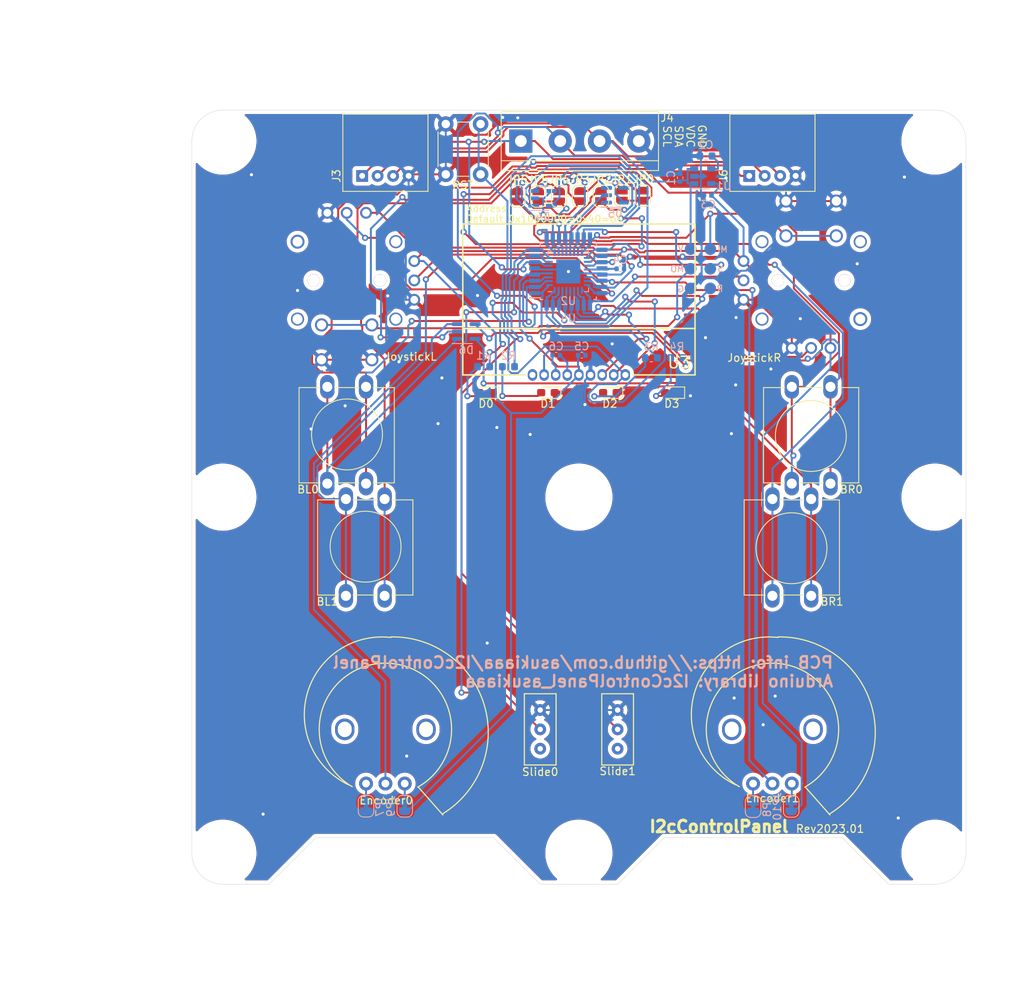
<source format=kicad_pcb>
(kicad_pcb (version 20221018) (generator pcbnew)
  (layers (0 "F.Cu" signal) (31 "B.Cu" signal) (34 "B.Paste" user) (35 "F.Paste" user) (36 "B.SilkS" user "B.Silkscreen") (37 "F.SilkS" user "F.Silkscreen") (38 "B.Mask" user) (39 "F.Mask" user) (44 "Edge.Cuts" user))
  (net 0 "")
  (net 1 "GND")
  (net 2 "Net-(C2-Pad1)")
  (net 3 "+3V3")
  (net 4 "Net-(C4-Pad2)")
  (net 5 "Net-(D1-Pad2)")
  (net 6 "Net-(D2-Pad2)")
  (net 7 "Net-(D3-Pad2)")
  (net 8 "/RST")
  (net 9 "/SCK")
  (net 10 "/SDA")
  (net 11 "/SCL")
  (net 12 "VDC")
  (net 13 "/HoriValueL")
  (net 14 "/VertValueL")
  (net 15 "/HoriValueR")
  (net 16 "/VertValueR")
  (net 17 "Net-(C5-Pad1)")
  (net 18 "Net-(C6-Pad2)")
  (net 19 "Net-(C6-Pad1)")
  (net 20 "/SCL_inside")
  (net 21 "/SDA_inside")
  (net 23 "/JoyBtnR")
  (net 24 "/JoyBtnL")
  (net 25 "/BTN1")
  (net 26 "/BtnSig2")
  (net 27 "/BTN2")
  (net 28 "/BTN3")
  (net 29 "/BtnSig1")
  (net 31 "/Rotery2")
  (net 32 "/Rotery1")
  (net 33 "/Slide1")
  (net 34 "Net-(D0-Pad2)")
  (net 35 "/BTN0")
  (net 36 "/LED0")
  (net 37 "/LED1")
  (net 38 "/LED2")
  (net 39 "/LED3")
  (net 40 "/BtnSig0")
  (net 42 "/Slide0")
  (net 44 "Net-(BL0-Pad1)")
  (net 45 "Net-(BL1-Pad1)")
  (net 46 "Net-(BR0-Pad1)")
  (net 47 "Net-(BR1-Pad1)")
  (net 48 "Net-(D4-Pad5)")
  (net 49 "Net-(D4-Pad4)")
  (net 50 "Net-(D4-Pad3)")
  (net 51 "Net-(D4-Pad1)")
  (net 52 "Net-(D5-Pad5)")
  (net 53 "Net-(D5-Pad4)")
  (net 54 "Net-(D5-Pad3)")
  (net 55 "Net-(Encoder0-Pad3)")
  (net 56 "Net-(Encoder0-Pad1)")
  (net 57 "Net-(Encoder1-Pad3)")
  (net 58 "Net-(Encoder1-Pad1)")
  (footprint "Diode_SMD:D_0603_1608Metric_Pad1.05x0.95mm_HandSolder" (layer "F.Cu") (at 88 86.5 180)
    (fp_text reference "D0")
    (fp_text value "LED0")
  )
  (footprint "Diode_SMD:D_0603_1608Metric_Pad1.05x0.95mm_HandSolder" (layer "F.Cu") (at 96 86.5 180)
    (fp_text reference "D1")
    (fp_text value "LED1")
  )
  (footprint "Diode_SMD:D_0603_1608Metric_Pad1.05x0.95mm_HandSolder" (layer "F.Cu") (at 104 86.5 180)
    (fp_text reference "D2")
    (fp_text value "LED2")
  )
  (footprint "footprints:NS-Tech_Grove_1x04_P2mm_Horizontal" (layer "F.Cu") (at 75 58.5 90)
    (fp_text reference "J3")
    (fp_text value "Conn_01x04")
  )
  (footprint "TerminalBlock:TerminalBlock_bornier-4_P5.08mm" (layer "F.Cu") (at 92.5 54)
    (fp_text reference "J4")
    (fp_text value "Conn_01x04")
  )
  (footprint "footprints:SW_Center_PUSH-12mm" (layer "F.Cu") (at 70 92 90)
    (fp_text reference "BL0")
    (fp_text value "SW_Push")
  )
  (footprint "footprints:SW_Center_PUSH-12mm" (layer "F.Cu") (at 72.4 106.5 90)
    (fp_text reference "BL1")
    (fp_text value "SW_Push")
  )
  (footprint "footprints:SW_Center_PUSH-12mm" (layer "F.Cu") (at 130 92 -90)
    (fp_text reference "BR0")
    (fp_text value "SW_Push")
  )
  (footprint "footprints:SW_Center_PUSH-12mm" (layer "F.Cu") (at 127.5 106.5 -90)
    (fp_text reference "BR1")
    (fp_text value "SW_Push")
  )
  (footprint "asukiaaa-kicad-footprints:AQM0802A-RN-GBW" (layer "F.Cu") (at 100 74.462)
    (fp_text reference "U3")
    (fp_text value "AQM0802")
  )
  (footprint "footprints:NS-Tech_Grove_1x04_P2mm_Horizontal" (layer "F.Cu") (at 125 58.5 90)
    (fp_text reference "J6")
    (fp_text value "Conn_01x04")
  )
  (footprint "asukiaaa-kicad-footprints:MountingHole_4.3mm_M4_bare" (layer "F.Cu") (at 146 54)
    (fp_text reference "REF2" hide)
    (fp_text value "MountingHole_4.3mm_M4_bare")
  )
  (footprint "asukiaaa-kicad-footprints:MountingHole_4.3mm_M4_bare" (layer "F.Cu") (at 54 54)
    (fp_text reference "REF1" hide)
    (fp_text value "MountingHole_4.3mm_M4_bare")
  )
  (footprint "asukiaaa-kicad-footprints:MountingHole_4.3mm_M4_bare" (layer "F.Cu") (at 54 146)
    (fp_text reference "REF3" hide)
    (fp_text value "MountingHole_4.3mm_M4_bare")
  )
  (footprint "asukiaaa-kicad-footprints:MountingHole_4.3mm_M4_bare" (layer "F.Cu") (at 146 146)
    (fp_text reference "REF4" hide)
    (fp_text value "MountingHole_4.3mm_M4_bare")
  )
  (footprint "Jumper:SolderJumper-2_P1.3mm_Open_RoundedPad1.0x1.5mm" (layer "F.Cu") (at 108.25 61.05 90)
    (fp_text reference "JP0")
    (fp_text value "NO")
  )
  (footprint "Jumper:SolderJumper-2_P1.3mm_Open_RoundedPad1.0x1.5mm" (layer "F.Cu") (at 105.55 61.05 90)
    (fp_text reference "JP1")
    (fp_text value "NO")
  )
  (footprint "Jumper:SolderJumper-2_P1.3mm_Open_RoundedPad1.0x1.5mm" (layer "F.Cu") (at 102.85 61.1 90)
    (fp_text reference "JP2")
    (fp_text value "NO")
  )
  (footprint "Jumper:SolderJumper-2_P1.3mm_Open_RoundedPad1.0x1.5mm" (layer "F.Cu") (at 100.15 61.108 90)
    (fp_text reference "JP3")
    (fp_text value "NO")
  )
  (footprint "Jumper:SolderJumper-2_P1.3mm_Open_RoundedPad1.0x1.5mm" (layer "F.Cu") (at 97.45 61.15 90)
    (fp_text reference "JP4")
    (fp_text value "NO")
  )
  (footprint "Jumper:SolderJumper-2_P1.3mm_Open_RoundedPad1.0x1.5mm" (layer "F.Cu") (at 94.75 61.15 90)
    (fp_text reference "JP5")
    (fp_text value "NO")
  )
  (footprint "Jumper:SolderJumper-2_P1.3mm_Bridged_RoundedPad1.0x1.5mm" (layer "F.Cu") (at 92.05 61.15 90)
    (fp_text reference "JP6")
    (fp_text value "NC")
  )
  (footprint "asukiaaa-kicad-footprints:PS4tJoystick" (layer "F.Cu") (at 70 72 90)
    (fp_text reference "J1" hide)
    (fp_text value "JoystickL")
  )
  (footprint "asukiaaa-kicad-footprints:PS4tJoystick" (layer "F.Cu") (at 130 72 -90)
    (fp_text reference "J5" hide)
    (fp_text value "JoystickR")
  )
  (footprint "asukiaaa-kicad-footprints:RoteryEncoderWithPowerLabel" (layer "F.Cu") (at 75 130)
    (fp_text reference "Encoder0")
    (fp_text value "R_POT_US")
  )
  (footprint "asukiaaa-kicad-footprints:RoteryEncoderWithPowerLabel" (layer "F.Cu") (at 125 130)
    (fp_text reference "Encoder1")
    (fp_text value "R_POT_US")
  )
  (footprint "asukiaaa-kicad-footprints:SlideSwitch_SS12D01G4_2posi_1line" (layer "F.Cu") (at 95 130 -90)
    (fp_text reference "Slide0")
    (fp_text value "SlideSwitch")
  )
  (footprint "Diode_SMD:D_0603_1608Metric_Pad1.05x0.95mm_HandSolder" (layer "F.Cu") (at 112 86.5 180)
    (fp_text reference "D3")
    (fp_text value "LED3")
  )
  (footprint "asukiaaa-kicad-footprints:SlideSwitch_SS12D01G4_2posi_1line" (layer "F.Cu") (at 105 130 -90)
    (fp_text reference "Slide1")
    (fp_text value "SlideSwitch")
  )
  (footprint "Button_Switch_THT:SW_PUSH_6mm" (layer "F.Cu") (at 87.3 51.8 -90)
    (fp_text reference "SW6" hide)
    (fp_text value "SW_Push")
  )
  (footprint "asukiaaa-kicad-footprints:MountingHole_4.3mm_M4_bare" (layer "F.Cu") (at 146 100)
    (fp_text reference "REF6" hide)
    (fp_text value "MountingHole_4.3mm_M4_bare")
  )
  (footprint "asukiaaa-kicad-footprints:MountingHole_4.3mm_M4_bare" (layer "F.Cu") (at 100 100)
    (fp_text reference "REF7" hide)
    (fp_text value "MountingHole_4.3mm_M4_bare")
  )
  (footprint "asukiaaa-kicad-footprints:MountingHole_4.3mm_M4_bare" (layer "F.Cu") (at 100 146)
    (fp_text reference "REF8" hide)
    (fp_text value "MountingHole_4.3mm_M4_bare")
  )
  (footprint "asukiaaa-kicad-footprints:MountingHole_4.3mm_M4_bare" (layer "F.Cu") (at 54 100)
    (fp_text reference "REF5" hide)
    (fp_text value "MountingHole_4.3mm_M4_bare")
  )
  (footprint "Capacitor_SMD:C_0402_1005Metric" (layer "B.Cu") (at 113.08 58.7475 90)
    (fp_text reference "C1")
    (fp_text value "0.1u")
  )
  (footprint "Capacitor_SMD:C_0603_1608Metric" (layer "B.Cu") (at 116.408 55.928 180)
    (fp_text reference "C2")
    (fp_text value "10n")
  )
  (footprint "Capacitor_SMD:C_0402_1005Metric" (layer "B.Cu") (at 116.636 61.008 180)
    (fp_text reference "C3")
    (fp_text value "0.47u")
  )
  (footprint "Capacitor_SMD:C_0402_1005Metric" (layer "B.Cu") (at 105.35 70.5 180)
    (fp_text reference "C4")
    (fp_text value "0.1u")
  )
  (footprint "asukiaaa-kicad-footprints:2x03_P2.54mm_Pads" (layer "B.Cu") (at 115.7 70.5 180)
    (fp_text reference "J2" hide)
    (fp_text value "Conn_01x06")
  )
  (footprint "Resistor_SMD:R_0603_1608Metric" (layer "B.Cu") (at 87.6875 83.15 180)
    (fp_text reference "R1")
    (fp_text value "10k")
  )
  (footprint "Resistor_SMD:R_0603_1608Metric" (layer "B.Cu") (at 90.9 83.15 180)
    (fp_text reference "R2")
    (fp_text value "10k")
  )
  (footprint "Resistor_SMD:R_0603_1608Metric" (layer "B.Cu") (at 109.35 82 180)
    (fp_text reference "R3")
    (fp_text value "10k")
  )
  (footprint "Package_DFN_QFN:QFN-32-1EP_5x5mm_P0.5mm_EP3.1x3.1mm" (layer "B.Cu") (at 98.628 70.846)
    (fp_text reference "U2")
    (fp_text value "ATmega328PB-MU")
  )
  (footprint "Capacitor_SMD:C_0402_1005Metric" (layer "B.Cu") (at 100.36 81.67 180)
    (fp_text reference "C5")
    (fp_text value "0.1u")
  )
  (footprint "Capacitor_SMD:C_0402_1005Metric" (layer "B.Cu") (at 97.058 81.67 180)
    (fp_text reference "C6")
    (fp_text value "0.1u")
  )
  (footprint "Resistor_SMD:R_0603_1608Metric" (layer "B.Cu") (at 112.65 82 180)
    (fp_text reference "R4")
    (fp_text value "10k")
  )
  (footprint "Package_TO_SOT_SMD:SOT-23-5" (layer "B.Cu") (at 116 58.55)
    (fp_text reference "U1")
    (fp_text value "NJM12888F33")
  )
  (footprint "asukiaaa-kicad-footprints:SC-74-5_1.6x2.9mm_P0.95mm" (layer "B.Cu") (at 95.3125 61.4)
    (fp_text reference "D4")
    (fp_text value "1SS309")
  )
  (footprint "asukiaaa-kicad-footprints:SC-74-5_1.6x2.9mm_P0.95mm" (layer "B.Cu") (at 104.7 61)
    (fp_text reference "D5")
    (fp_text value "1SS309")
  )
  (footprint "asukiaaa-kicad-footprints:SC-74-5_1.6x2.9mm_P0.95mm" (layer "B.Cu") (at 85.45 78.6)
    (fp_text reference "D6")
    (fp_text value "1SS309")
  )
  (footprint "Jumper:SolderJumper-2_P1.3mm_Bridged_RoundedPad1.0x1.5mm" (layer "B.Cu") (at 72.5 139.925 90)
    (fp_text reference "JP7")
    (fp_text value "NC")
  )
  (footprint "Jumper:SolderJumper-2_P1.3mm_Bridged_RoundedPad1.0x1.5mm" (layer "B.Cu") (at 122.5 139.975 90)
    (fp_text reference "JP8")
    (fp_text value "NC")
  )
  (footprint "Jumper:SolderJumper-2_P1.3mm_Bridged_RoundedPad1.0x1.5mm" (layer "B.Cu") (at 77.5 139.925 -90)
    (fp_text reference "JP9")
    (fp_text value "NC")
  )
  (footprint "Jumper:SolderJumper-2_P1.3mm_Bridged_RoundedPad1.0x1.5mm" (layer "B.Cu") (at 127.425 139.95 -90)
    (fp_text reference "JP10")
    (fp_text value "NC")
  )
  (footprint "asukiaaa-kicad-footprints:TQFP-32_7x7mm_P0.8mm_short_inner" (layer "B.Cu") (at 98.628 70.846)
    (fp_text reference "U4")
    (fp_text value "ATmega328PB-A")
  )
  (gr_arc (start 146 50) (mid 148.828427 51.171573) (end 150 54) (stroke (width 0.05)) (layer "Edge.Cuts"))
  (gr_line (start 60 150) (end 66 144) (stroke (width 0.05)) (layer "Edge.Cuts"))
  (gr_arc (start 54 150) (mid 51.171573 148.828427) (end 50 146) (stroke (width 0.05)) (layer "Edge.Cuts"))
  (gr_line (start 105 150) (end 111 144) (stroke (width 0.05)) (layer "Edge.Cuts"))
  (gr_arc (start 50 54) (mid 51.171573 51.171573) (end 54 50) (stroke (width 0.05)) (layer "Edge.Cuts"))
  (gr_line (start 95 150) (end 105 150) (stroke (width 0.05)) (layer "Edge.Cuts"))
  (gr_line (start 146 50) (end 54 50) (stroke (width 0.05)) (layer "Edge.Cuts"))
  (gr_arc (start 150 146) (mid 148.828427 148.828427) (end 146 150) (stroke (width 0.05)) (layer "Edge.Cuts"))
  (gr_line (start 89 144) (end 95 150) (stroke (width 0.05)) (layer "Edge.Cuts"))
  (gr_line (start 54 150) (end 60 150) (stroke (width 0.05)) (layer "Edge.Cuts"))
  (gr_line (start 134 144) (end 140 150) (stroke (width 0.05)) (layer "Edge.Cuts"))
  (gr_line (start 140 150) (end 146 150) (stroke (width 0.05)) (layer "Edge.Cuts"))
  (gr_line (start 150 146) (end 150 54) (stroke (width 0.05)) (layer "Edge.Cuts"))
  (gr_line (start 66 144) (end 89 144) (stroke (width 0.05)) (layer "Edge.Cuts"))
  (gr_line (start 111 144) (end 134 144) (stroke (width 0.05)) (layer "Edge.Cuts"))
  (gr_line (start 50 54) (end 50 146) (stroke (width 0.05)) (layer "Edge.Cuts"))
  (gr_text "PCB info: https://github.com/asukiaaa/I2cControlPanel\nArduino library: I2cControlPanel_asukiaaa" (at 133 122.575) (layer "B.SilkS") (effects (font (size 1.5 1.5) (thickness 0.3)) (justify left mirror)))
  (gr_text "RST" (at 85 59.7) (layer "F.SilkS") (effects (font (size 1 1))))
  (gr_text "Address" (at 88.1 62.7) (layer "F.SilkS") (effects (font (size 0.9 0.9))))
  (gr_text "SDA" (at 112.9 53.4 270) (layer "F.SilkS") (effects (font (size 1 1))))
  (gr_text "I2cControlPanel" (at 118.1 142.55) (layer "F.SilkS") (effects (font (size 1.5 1.5) (thickness 0.375))))
  (gr_text "SCL" (at 111.4 53.4 270) (layer "F.SilkS") (effects (font (size 1 1))))
  (gr_text "Default 0x1000000=0x40=64" (at 95.55 64.05) (layer "F.SilkS") (effects (font (size 0.9 0.9))))
  (gr_text "VDC" (at 114.4 53.4 270) (layer "F.SilkS") (effects (font (size 1 1))))
  (gr_text "GND" (at 115.9 53.4 270) (layer "F.SilkS") (effects (font (size 1 1))))
  (gr_text "Rev2023.01" (at 132.45 142.85) (layer "F.SilkS") (effects (font (size 1 1))))
  (segment (start 105.4643 51.7243) (end 89.5189 51.7243) (width 0.25) (layer "F.Cu") (net 1))
  (segment (start 70.3814 60.3886) (end 76.1114 60.3886) (width 0.25) (layer "F.Cu") (net 1))
  (segment (start 88.875 86.7311) (end 88.875 86.5) (width 0.25) (layer "F.Cu") (net 1))
  (segment (start 112.875 86.5) (end 112.0729 85.6979) (width 0.25) (layer "F.Cu") (net 1))
  (segment (start 73.25 82.25) (end 66.75 82.25) (width 0.25) (layer "F.Cu") (net 1))
  (segment (start 82.8 58.3) (end 78.2 58.3) (width 0.25) (layer "F.Cu") (net 1))
  (segment (start 89.5189 51.7243) (end 88.0591 53.1841) (width 0.25) (layer "F.Cu") (net 1))
  (segment (start 122.8545 74.5) (end 121.27 74.5) (width 0.25) (layer "F.Cu") (net 1))
  (segment (start 105.5533 85.8217) (end 104.875 86.5) (width 0.25) (layer "F.Cu") (net 1))
  (segment (start 88.0591 53.1841) (end 84.1841 53.1841) (width 0.25) (layer "F.Cu") (net 1))
  (segment (start 110.2063 85.8217) (end 105.5533 85.8217) (width 0.25) (layer "F.Cu") (net 1))
  (segment (start 96.875 87.675) (end 97.2425 88.0425) (width 0.25) (layer "F.Cu") (net 1))
  (segment (start 97.2425 88.0425) (end 100.7808 88.0425) (width 0.25) (layer "F.Cu") (net 1))
  (segment (start 127.5 80.73) (end 127.5 79.1455) (width 0.25) (layer "F.Cu") (net 1))
  (segment (start 103.3325 88.0425) (end 100.7808 88.0425) (width 0.25) (layer "F.Cu") (net 1))
  (segment (start 127.5 79.1455) (end 122.8545 74.5) (width 0.25) (layer "F.Cu") (net 1))
  (segment (start 89.8189 87.675) (end 88.875 86.7311) (width 0.25) (layer "F.Cu") (net 1))
  (segment (start 114.4086 86.9051) (end 113.2801 86.9051) (width 0.25) (layer "F.Cu") (net 1))
  (segment (start 110.3301 85.6979) (end 110.2063 85.8217) (width 0.25) (layer "F.Cu") (net 1))
  (segment (start 113.2801 86.9051) (end 112.875 86.5) (width 0.25) (layer "F.Cu") (net 1))
  (segment (start 67.5 63.27) (end 70.3814 60.3886) (width 0.25) (layer "F.Cu") (net 1))
  (segment (start 107.74 54) (end 105.4643 51.7243) (width 0.25) (layer "F.Cu") (net 1))
  (segment (start 104.875 86.5) (end 103.3325 88.0425) (width 0.25) (layer "F.Cu") (net 1))
  (segment (start 76.1114 60.3886) (end 78 58.5) (width 0.25) (layer "F.Cu") (net 1))
  (segment (start 113.3862 68.9231) (end 106.6079 68.9231) (width 0.25) (layer "F.Cu") (net 1))
  (segment (start 96.875 86.5) (end 96.875 87.675) (width 0.25) (layer "F.Cu") (net 1))
  (segment (start 96.875 87.675) (end 89.8189 87.675) (width 0.25) (layer "F.Cu") (net 1))
  (segment (start 84.1841 53.1841) (end 82.8 51.8) (width 0.25) (layer "F.Cu") (net 1))
  (segment (start 133.25 61.75) (end 126.75 61.75) (width 0.25) (layer "F.Cu") (net 1))
  (segment (start 78.2 58.3) (end 78 58.5) (width 0.25) (layer "F.Cu") (net 1))
  (segment (start 112.0729 85.6979) (end 110.3301 85.6979) (width 0.25) (layer "F.Cu") (net 1))
  (via (at 98.641 70.859) (size 0.8) (drill 0.4) (layers "F.Cu" "B.Cu") (net 1))
  (via (at 75.3 74) (size 0.8) (drill 0.4) (layers "F.Cu" "B.Cu") (net 1))
  (via (at 57.7 58.35) (size 0.8) (drill 0.4) (layers "F.Cu" "B.Cu") (net 1))
  (via (at 90.15 50.95) (size 0.8) (drill 0.4) (layers "F.Cu" "B.Cu") (net 1))
  (via (at 141.25 141.45) (size 0.8) (drill 0.4) (layers "F.Cu" "B.Cu") (net 1))
  (via (at 104.3 80.2) (size 0.8) (drill 0.4) (layers "F.Cu" "B.Cu") (net 1))
  (via (at 77.75 133.45) (size 0.8) (drill 0.4) (layers "F.Cu" "B.Cu") (net 1))
  (via (at 123.8 129.4) (size 0.8) (drill 0.4) (layers "F.Cu" "B.Cu") (net 1))
  (via (at 120.3 76.8) (size 0.8) (drill 0.4) (layers "F.Cu" "B.Cu") (net 1))
  (via (at 119.7 91.8) (size 0.8) (drill 0.4) (layers "F.Cu" "B.Cu") (net 1))
  (via (at 116.35 79.4) (size 0.8) (drill 0.4) (layers "F.Cu" "B.Cu") (net 1))
  (via (at 124.8 83.45) (size 0.8) (drill 0.4) (layers "F.Cu" "B.Cu") (net 1))
  (via (at 82.3 84.6) (size 0.8) (drill 0.4) (layers "F.Cu" "B.Cu") (net 1))
  (via (at 92.1 51) (size 0.8) (drill 0.4) (layers "F.Cu" "B.Cu") (net 1))
  (via (at 86.9 73.95) (size 0.8) (drill 0.4) (layers "F.Cu" "B.Cu") (net 1))
  (via (at 128.6 76.95) (size 0.8) (drill 0.4) (layers "F.Cu" "B.Cu") (net 1))
  (via (at 113.3862 68.9231) (size 0.8) (drill 0.4) (layers "F.Cu" "B.Cu") (net 1))
  (via (at 63.65 73.3) (size 0.8) (drill 0.4) (layers "F.Cu" "B.Cu") (net 1))
  (via (at 100.7808 88.0425) (size 0.8) (drill 0.4) (layers "F.Cu" "B.Cu") (net 1))
  (via (at 120.25 85.5) (size 0.8) (drill 0.4) (layers "F.Cu" "B.Cu") (net 1))
  (via (at 93.7 91.9) (size 0.8) (drill 0.4) (layers "F.Cu" "B.Cu") (net 1))
  (via (at 76.75 82.5) (size 0.8) (drill 0.4) (layers "F.Cu" "B.Cu") (net 1))
  (via (at 125.35 125.7) (size 0.8) (drill 0.4) (layers "F.Cu" "B.Cu") (net 1))
  (via (at 59.2 140.95) (size 0.8) (drill 0.4) (layers "F.Cu" "B.Cu") (net 1))
  (via (at 114.4086 86.9051) (size 0.8) (drill 0.4) (layers "F.Cu" "B.Cu") (net 1))
  (via (at 106.6079 68.9231) (size 0.8) (drill 0.4) (layers "F.Cu" "B.Cu") (net 1))
  (via (at 119 58.75) (size 0.8) (drill 0.4) (layers "F.Cu" "B.Cu") (net 1))
  (via (at 65.4 91.2) (size 0.8) (drill 0.4) (layers "F.Cu" "B.Cu") (net 1))
  (via (at 81.8 90.5) (size 0.8) (drill 0.4) (layers "F.Cu" "B.Cu") (net 1))
  (via (at 120.05 125.95) (size 0.8) (drill 0.4) (layers "F.Cu" "B.Cu") (net 1))
  (via (at 142.05 58.65) (size 0.8) (drill 0.4) (layers "F.Cu" "B.Cu") (net 1))
  (via (at 88.15 118.85) (size 0.8) (drill 0.4) (layers "F.Cu" "B.Cu") (net 1))
  (via (at 135.95 69.85) (size 0.8) (drill 0.4) (layers "F.Cu" "B.Cu") (net 1))
  (via (at 89.4 91) (size 0.8) (drill 0.4) (layers "F.Cu" "B.Cu") (net 1))
  (via (at 69.8 88.2) (size 0.8) (drill 0.4) (layers "F.Cu" "B.Cu") (net 1))
  (segment (start 115.8543 71.7146) (end 115.7554 71.7146) (width 0.25) (layer "B.Cu") (net 1))
  (segment (start 96.1905 70.596) (end 94.428 70.596) (width 0.25) (layer "B.Cu") (net 1))
  (segment (start 113.4875 56.0353) (end 113.08 56.4428) (width 0.25) (layer "B.Cu") (net 1))
  (segment (start 115.8543 61.3047) (end 116.151 61.008) (width 0.25) (layer "B.Cu") (net 1))
  (segment (start 94.428 70.596) (end 94.278 70.446) (width 0.25) (layer "B.Cu") (net 1))
  (segment (start 102.828 71.096) (end 101.0655 71.096) (width 0.25) (layer "B.Cu") (net 1))
  (segment (start 121.27 74.5) (end 119.219 72.449) (width 0.25) (layer "B.Cu") (net 1))
  (segment (start 115.7553 58.55) (end 115.7553 56.1701) (width 0.25) (layer "B.Cu") (net 1))
  (segment (start 115.8543 69.0765) (end 115.8543 61.3047) (width 0.25) (layer "B.Cu") (net 1))
  (segment (start 77.6357 61.8372) (end 78 61.4729) (width 0.25) (layer "B.Cu") (net 1))
  (segment (start 72.5 140.575) (end 73.3693 141.4443) (width 0.25) (layer "B.Cu") (net 1))
  (segment (start 118.8518 82.4619) (end 114.4086 86.9051) (width 0.25) (layer "B.Cu") (net 1))
  (segment (start 102.5029 127.5) (end 95 127.5) (width 0.25) (layer "B.Cu") (net 1))
  (segment (start 115.7553 60.6123) (end 116.151 61.008) (width 0.25) (layer "B.Cu") (net 1))
  (segment (start 105.454 71.246) (end 105.9 70.8) (width 0.25) (layer "B.Cu") (net 1))
  (segment (start 77.6357 74.5) (end 77.6357 61.8372) (width 0.25) (layer "B.Cu") (net 1))
  (segment (start 98.641 70.859) (end 98.878 71.096) (width 0.25) (layer "B.Cu") (net 1))
  (segment (start 81.0557 141.4443) (end 95 127.5) (width 0.25) (layer "B.Cu") (net 1))
  (segment (start 114.9 58.55) (end 115.6427 58.55) (width 0.25) (layer "B.Cu") (net 1))
  (segment (start 125.3037 67.032) (end 121.5857 70.75) (width 0.25) (layer "B.Cu") (net 1))
  (segment (start 73.3693 141.4443) (end 81.0557 141.4443) (width 0.25) (layer "B.Cu") (net 1))
  (segment (start 115.8543 71.7146) (end 118.1174 71.7146) (width 0.25) (layer "B.Cu") (net 1))
  (segment (start 106.3869 68.9231) (end 106.6079 68.9231) (width 0.25) (layer "B.Cu") (net 1))
  (segment (start 113.08 56.4428) (end 113.08 58.2675) (width 0.25) (layer "B.Cu") (net 1))
  (segment (start 77.6357 74.5) (end 78.73 74.5) (width 0.25) (layer "B.Cu") (net 1))
  (segment (start 82.8 51.8) (end 82.8 58.3) (width 0.25) (layer "B.Cu") (net 1))
  (segment (start 115.7554 71.7146) (end 114.43 73.04) (width 0.25) (layer "B.Cu") (net 1))
  (segment (start 96.1905 70.596) (end 98.378 70.596) (width 0.25) (layer "B.Cu") (net 1))
  (segment (start 102.5029 89.7646) (end 100.7808 88.0425) (width 0.25) (layer "B.Cu") (net 1))
  (segment (start 113.5396 69.0765) (end 113.3862 68.9231) (width 0.25) (layer "B.Cu") (net 1))
  (segment (start 118.125 140.625) (end 105 127.5) (width 0.25) (layer "B.Cu") (net 1))
  (segment (start 115.6205 56.0353) (end 113.4875 56.0353) (width 0.25) (layer "B.Cu") (net 1))
  (segment (start 110.1828 56.4428) (end 107.74 54) (width 0.25) (layer "B.Cu") (net 1))
  (segment (start 98.378 70.596) (end 98.628 70.846) (width 0.25) (layer "B.Cu") (net 1))
  (segment (start 77.1616 74.5) (end 77.6357 74.5) (width 0.25) (layer "B.Cu") (net 1))
  (segment (start 102.978 71.246) (end 102.828 71.096) (width 0.25) (layer "B.Cu") (net 1))
  (segment (start 100.7808 84.9312) (end 101.5 84.212) (width 0.25) (layer "B.Cu") (net 1))
  (segment (start 125.3037 63.1963) (end 125.3037 67.032) (width 0.25) (layer "B.Cu") (net 1))
  (segment (start 78 61.4729) (end 78 58.5) (width 0.25) (layer "B.Cu") (net 1))
  (segment (start 75.102 76.5596) (end 77.1616 74.5) (width 0.25) (layer "B.Cu") (net 1))
  (segment (start 115.6427 58.55) (end 115.7553 58.55) (width 0.25) (layer "B.Cu") (net 1))
  (segment (start 102.978 71.246) (end 105.454 71.246) (width 0.25) (layer "B.Cu") (net 1))
  (segment (start 122.5 140.625) (end 118.125 140.625) (width 0.25) (layer "B.Cu") (net 1))
  (segment (start 115.6205 55.928) (end 115.6205 56.0353) (width 0.25) (layer "B.Cu") (net 1))
  (segment (start 113.08 56.4428) (end 110.1828 56.4428) (width 0.25) (layer "B.Cu") (net 1))
  (segment (start 100.7808 88.0425) (end 100.7808 84.9312) (width 0.25) (layer "B.Cu") (net 1))
  (segment (start 126.75 61.75) (end 125.3037 63.1963) (width 0.25) (layer "B.Cu") (net 1))
  (segment (start 73.25 82.25) (end 75.102 80.398) (width 0.25) (layer "B.Cu") (net 1))
  (segment (start 98.878 71.096) (end 101.0655 71.096) (width 0.25) (layer "B.Cu") (net 1))
  (segment (start 128 58.5) (end 126.75 59.75) (width 0.25) (layer "B.Cu") (net 1))
  (segment (start 126.75 59.75) (end 126.75 61.75) (width 0.25) (layer "B.Cu") (net 1))
  (segment (start 105.96 69.571) (end 106.6079 68.9231) (width 0.25) (layer "B.Cu") (net 1))
  (segment (start 120.918 70.75) (end 119.219 72.449) (width 0.25) (layer "B.Cu") (net 1))
  (segment (start 115.7553 58.55) (end 115.7553 60.6123) (width 0.25) (layer "B.Cu") (net 1))
  (segment (start 105 127.5) (end 102.5029 127.5) (width 0.25) (layer "B.Cu") (net 1))
  (segment (start 75.102 80.398) (end 75.102 76.5596) (width 0.25) (layer "B.Cu") (net 1))
  (segment (start 119.219 72.449) (end 118.8518 72.449) (width 0.25) (layer "B.Cu") (net 1))
  (segment (start 121.5857 70.75) (end 120.918 70.75) (width 0.25) (layer "B.Cu") (net 1))
  (segment (start 115.8543 71.7146) (end 115.8543 69.0765) (width 0.25) (layer "B.Cu") (net 1))
  (segment (start 98.628 70.846) (end 98.641 70.859) (width 0.25) (layer "B.Cu") (net 1))
  (segment (start 115.8543 69.0765) (end 113.5396 69.0765) (width 0.25) (layer "B.Cu") (net 1))
  (segment (start 115.7553 56.1701) (end 115.6205 56.0353) (width 0.25) (layer "B.Cu") (net 1))
  (segment (start 118.8518 72.449) (end 118.8518 82.4619) (width 0.25) (layer "B.Cu") (net 1))
  (segment (start 105.96 70.5) (end 105.96 69.571) (width 0.25) (layer "B.Cu") (net 1))
  (segment (start 118.1174 71.7146) (end 118.8518 72.449) (width 0.25) (layer "B.Cu") (net 1))
  (segment (start 117.1 57.6) (end 117.9553 57.6) (width 0.25) (layer "B.Cu") (net 2))
  (segment (start 117.9553 57.6) (end 117.9553 56.6878) (width 0.25) (layer "B.Cu") (net 2))
  (segment (start 117.9553 56.6878) (end 117.1955 55.928) (width 0.25) (layer "B.Cu") (net 2))
  (segment (start 100 84.212) (end 100 83.1367) (width 0.25) (layer "F.Cu") (net 3))
  (segment (start 105.8435 68.0138) (end 102.0818 68.0138) (width 0.25) (layer "F.Cu") (net 3))
  (segment (start 97.2573 83.1367) (end 93.6358 79.5152) (width 0.25) (layer "F.Cu") (net 3))
  (segment (start 108.6138 68.1951) (end 119.9651 68.1951) (width 0.25) (layer "F.Cu") (net 3))
  (segment (start 119.9651 68.1951) (end 121.27 69.5) (width 0.25) (layer "F.Cu") (net 3))
  (segment (start 108.4325 68.3764) (end 108.6138 68.1951) (width 0.25) (layer "F.Cu") (net 3))
  (segment (start 80.4621 67.7679) (end 79.6237 68.6063) (width 0.25) (layer "F.Cu") (net 3))
  (segment (start 105.8435 68.0138) (end 107.469 68.0138) (width 0.25) (layer "F.Cu") (net 3))
  (segment (start 100 83.1367) (end 97.2573 83.1367) (width 0.25) (layer "F.Cu") (net 3))
  (segment (start 127.4312 73.4153) (end 132.5 78.4841) (width 0.25) (layer "F.Cu") (net 3))
  (segment (start 107.8316 68.3764) (end 108.4325 68.3764) (width 0.25) (layer "F.Cu") (net 3))
  (segment (start 101.8359 67.7679) (end 80.4621 67.7679) (width 0.25) (layer "F.Cu") (net 3))
  (segment (start 74.2874 63.27) (end 72.5 63.27) (width 0.25) (layer "F.Cu") (net 3))
  (segment (start 132.5 78.4841) (end 132.5 80.73) (width 0.25) (layer "F.Cu") (net 3))
  (segment (start 79.6237 68.6063) (end 74.2874 63.27) (width 0.25) (layer "F.Cu") (net 3))
  (segment (start 107.469 68.0138) (end 107.8316 68.3764) (width 0.25) (layer "F.Cu") (net 3))
  (segment (start 125.1853 73.4153) (end 127.4312 73.4153) (width 0.25) (layer "F.Cu") (net 3))
  (segment (start 121.27 69.5) (end 125.1853 73.4153) (width 0.25) (layer "F.Cu") (net 3))
  (segment (start 102.0818 68.0138) (end 101.8359 67.7679) (width 0.25) (layer "F.Cu") (net 3))
  (segment (start 79.6237 68.6063) (end 78.73 69.5) (width 0.25) (layer "F.Cu") (net 3))
  (via (at 93.6358 79.5152) (size 0.8) (drill 0.4) (layers "F.Cu" "B.Cu") (net 3))
  (via (at 105.8435 68.0138) (size 0.8) (drill 0.4) (layers "F.Cu" "B.Cu") (net 3))
  (segment (start 92.3521 78.2315) (end 93.6358 79.5152) (width 0.25) (layer "B.Cu") (net 3))
  (segment (start 91.22 89.1344) (end 89.2589 87.1733) (width 0.25) (layer "B.Cu") (net 3))
  (segment (start 77.5 140.575) (end 77.9136 140.575) (width 0.25) (layer "B.Cu") (net 3))
  (segment (start 132.5 83.3827) (end 132.5 80.73) (width 0.25) (layer "B.Cu") (net 3))
  (segment (start 89.2589 87.1733) (end 89.2589 78.8248) (width 0.25) (layer "B.Cu") (net 3))
  (segment (start 128.7738 131.6458) (end 123.7497 126.6217) (width 0.25) (layer "B.Cu") (net 3))
  (segment (start 102.978 68.846) (end 101.9882 68.846) (width 0.25) (layer "B.Cu") (net 3))
  (segment (start 123.7497 92.133) (end 132.5 83.3827) (width 0.25) (layer "B.Cu") (net 3))
  (segment (start 105.8435 68.0138) (end 105.0113 68.846) (width 0.25) (layer "B.Cu") (net 3))
  (segment (start 99.88 81.67) (end 99.88 83.0167) (width 0.25) (layer "B.Cu") (net 3))
  (segment (start 93.2527 71.246) (end 92.3521 72.1466) (width 0.25) (layer "B.Cu") (net 3))
  (segment (start 94.428 71.096) (end 96.1905 71.096) (width 0.25) (layer "B.Cu") (net 3))
  (segment (start 101.5544 69.596) (end 101.0655 69.596) (width 0.25) (layer "B.Cu") (net 3))
  (segment (start 117.9553 60.1737) (end 117.121 61.008) (width 0.25) (layer "B.Cu") (net 3))
  (segment (start 100 84.212) (end 100 83.1367) (width 0.25) (layer "B.Cu") (net 3))
  (segment (start 92.3521 72.1466) (end 92.3521 78.2315) (width 0.25) (layer "B.Cu") (net 3))
  (segment (start 77.9136 140.575) (end 91.22 127.2686) (width 0.25) (layer "B.Cu") (net 3))
  (segment (start 94.278 71.246) (end 93.2527 71.246) (width 0.25) (layer "B.Cu") (net 3))
  (segment (start 91.22 127.2686) (end 91.22 89.1344) (width 0.25) (layer "B.Cu") (net 3))
  (segment (start 127.425 140.6) (end 127.8573 140.6) (width 0.25) (layer "B.Cu") (net 3))
  (segment (start 99.88 83.0167) (end 100 83.1367) (width 0.25) (layer "B.Cu") (net 3))
  (segment (start 117.121 61.008) (end 121.27 65.157) (width 0.25) (layer "B.Cu") (net 3))
  (segment (start 95.0776 89.1344) (end 100 84.212) (width 0.25) (layer "B.Cu") (net 3))
  (segment (start 105.0113 68.846) (end 102.978 68.846) (width 0.25) (layer "B.Cu") (net 3))
  (segment (start 79.9341 69.5) (end 78.73 69.5) (width 0.25) (layer "B.Cu") (net 3))
  (segment (start 101.9882 68.846) (end 101.9882 69.1622) (width 0.25) (layer "B.Cu") (net 3))
  (segment (start 91.22 89.1344) (end 95.0776 89.1344) (width 0.25) (layer "B.Cu") (net 3))
  (segment (start 89.2589 78.8248) (end 79.9341 69.5) (width 0.25) (layer "B.Cu") (net 3))
  (segment (start 123.7497 126.6217) (end 123.7497 92.133) (width 0.25) (layer "B.Cu") (net 3))
  (segment (start 127.8573 140.6) (end 128.7738 139.6835) (width 0.25) (layer "B.Cu") (net 3))
  (segment (start 117.9553 59.5) (end 117.9553 60.1737) (width 0.25) (layer "B.Cu") (net 3))
  (segment (start 94.278 71.246) (end 94.428 71.096) (width 0.25) (layer "B.Cu") (net 3))
  (segment (start 117.1 59.5) (end 117.9553 59.5) (width 0.25) (layer "B.Cu") (net 3))
  (segment (start 121.27 65.157) (end 121.27 69.5) (width 0.25) (layer "B.Cu") (net 3))
  (segment (start 101.9882 69.1622) (end 101.5544 69.596) (width 0.25) (layer "B.Cu") (net 3))
  (segment (start 128.7738 139.6835) (end 128.7738 131.6458) (width 0.25) (layer "B.Cu") (net 3))
  (segment (start 103.032 70.5) (end 102.978 70.446) (width 0.25) (layer "B.Cu") (net 4))
  (segment (start 101.0655 70.596) (end 102.828 70.596) (width 0.25) (layer "B.Cu") (net 4))
  (segment (start 102.828 70.596) (end 102.978 70.446) (width 0.25) (layer "B.Cu") (net 4))
  (segment (start 103.132 70.6) (end 102.978 70.446) (width 0.25) (layer "B.Cu") (net 4))
  (segment (start 105 70.5) (end 103.032 70.5) (width 0.25) (layer "B.Cu") (net 4))
  (segment (start 103.75 70.6) (end 103.132 70.6) (width 0.25) (layer "B.Cu") (net 4))
  (segment (start 95.125 86.5) (end 94.6918 86.9332) (width 0.25) (layer "F.Cu") (net 5))
  (segment (start 94.6918 86.9332) (end 90.1125 86.9332) (width 0.25) (layer "F.Cu") (net 5))
  (via (at 90.1125 86.9332) (size 0.8) (drill 0.4) (layers "F.Cu" "B.Cu") (net 5))
  (segment (start 90.1125 83.15) (end 90.1125 86.9332) (width 0.25) (layer "B.Cu") (net 5))
  (segment (start 103.125 86.5) (end 102.651 86.974) (width 0.25) (layer "F.Cu") (net 6))
  (segment (start 102.651 86.974) (end 101.9959 86.974) (width 0.25) (layer "F.Cu") (net 6))
  (via (at 101.9959 86.974) (size 0.8) (drill 0.4) (layers "F.Cu" "B.Cu") (net 6))
  (segment (start 104.7132 86.974) (end 101.9959 86.974) (width 0.25) (layer "B.Cu") (net 6))
  (segment (start 108.5625 82) (end 108.5625 83.1247) (width 0.25) (layer "B.Cu") (net 6))
  (segment (start 108.5625 83.1247) (end 104.7132 86.974) (width 0.25) (layer "B.Cu") (net 6))
  (segment (start 109.9709 86.9332) (end 110.6918 86.9332) (width 0.25) (layer "F.Cu") (net 7))
  (segment (start 110.6918 86.9332) (end 111.125 86.5) (width 0.25) (layer "F.Cu") (net 7))
  (via (at 109.9709 86.9332) (size 0.8) (drill 0.4) (layers "F.Cu" "B.Cu") (net 7))
  (segment (start 111.8625 82) (end 111.8625 85.0416) (width 0.25) (layer "B.Cu") (net 7))
  (segment (start 111.8625 85.0416) (end 109.9709 86.9332) (width 0.25) (layer "B.Cu") (net 7))
  (segment (start 115.9205 74.405) (end 115.5239 74.0084) (width 0.25) (layer "F.Cu") (net 8))
  (segment (start 115.5239 74.0084) (end 108.1583 74.0084) (width 0.25) (layer "F.Cu") (net 8))
  (segment (start 108.1583 74.0084) (end 107.4421 73.2922) (width 0.25) (layer "F.Cu") (net 8))
  (via (at 115.9205 74.405) (size 0.8) (drill 0.4) (layers "F.Cu" "B.Cu") (net 8))
  (via (at 107.4421 73.2922) (size 0.8) (drill 0.4) (layers "F.Cu" "B.Cu") (net 8))
  (segment (start 106 84.212) (end 102.322 80.534) (width 0.25) (layer "B.Cu") (net 8))
  (segment (start 115.9205 74.0895) (end 115.9205 74.405) (width 0.25) (layer "B.Cu") (net 8))
  (segment (start 98.378 75.046) (end 98.228 75.196) (width 0.25) (layer "B.Cu") (net 8))
  (segment (start 90.1546 74.2924) (end 90.1546 71.2283) (width 0.25) (layer "B.Cu") (net 8))
  (segment (start 111.0989 82.2861) (end 105.6857 87.6993) (width 0.25) (layer "B.Cu") (net 8))
  (segment (start 90.8771 81.0187) (end 90.9396 80.9562) (width 0.25) (layer "B.Cu") (net 8))
  (segment (start 101.2477 87.2515) (end 101.2477 86.6195) (width 0.25) (layer "B.Cu") (net 8))
  (segment (start 90.0008 74.4462) (end 90.1546 74.2924) (width 0.25) (layer "B.Cu") (net 8))
  (segment (start 92.1051 83.9851) (end 91.2763 83.9851) (width 0.25) (layer "B.Cu") (net 8))
  (segment (start 95.5562 80.534) (end 92.1051 83.9851) (width 0.25) (layer "B.Cu") (net 8))
  (segment (start 98.228 76.2213) (end 99.5929 77.5862) (width 0.25) (layer "B.Cu") (net 8))
  (segment (start 101.6955 87.6993) (end 101.2477 87.2515) (width 0.25) (layer "B.Cu") (net 8))
  (segment (start 90.0008 76.8242) (end 90.0008 74.4462) (width 0.25) (layer "B.Cu") (net 8))
  (segment (start 90.7654 61.7654) (end 87.3 58.3) (width 0.25) (layer "B.Cu") (net 8))
  (segment (start 102.322 80.534) (end 95.5562 80.534) (width 0.25) (layer "B.Cu") (net 8))
  (segment (start 103.5661 77.5862) (end 107.4421 73.7102) (width 0.25) (layer "B.Cu") (net 8))
  (segment (start 98.378 73.2835) (end 98.378 75.046) (width 0.25) (layer "B.Cu") (net 8))
  (segment (start 99.5929 77.5862) (end 103.5661 77.5862) (width 0.25) (layer "B.Cu") (net 8))
  (segment (start 87.3 51.8) (end 87.0427 52.0573) (width 0.25) (layer "B.Cu") (net 8))
  (segment (start 91.2763 83.9851) (end 90.8771 83.5859) (width 0.25) (layer "B.Cu") (net 8))
  (segment (start 90.1546 71.2283) (end 90.7654 70.6175) (width 0.25) (layer "B.Cu") (net 8))
  (segment (start 90.3385 77.1619) (end 90.0008 76.8242) (width 0.25) (layer "B.Cu") (net 8))
  (segment (start 116.97 73.04) (end 115.9205 74.0895) (width 0.25) (layer "B.Cu") (net 8))
  (segment (start 90.7654 70.6175) (end 90.7654 61.7654) (width 0.25) (layer "B.Cu") (net 8))
  (segment (start 107.4421 73.7102) (end 107.4421 73.2922) (width 0.25) (layer "B.Cu") (net 8))
  (segment (start 90.8771 83.5859) (end 90.8771 81.0187) (width 0.25) (layer "B.Cu") (net 8))
  (segment (start 90.3385 78.8796) (end 90.3385 77.1619) (width 0.25) (layer "B.Cu") (net 8))
  (segment (start 90.9396 79.4807) (end 90.3385 78.8796) (width 0.25) (layer "B.Cu") (net 8))
  (segment (start 90.9396 80.9562) (end 90.9396 79.4807) (width 0.25) (layer "B.Cu") (net 8))
  (segment (start 98.228 75.196) (end 98.228 76.2213) (width 0.25) (layer "B.Cu") (net 8))
  (segment (start 102.4568 85.4104) (end 104.8016 85.4104) (width 0.25) (layer "B.Cu") (net 8))
  (segment (start 87.0427 58.0427) (end 87.3 58.3) (width 0.25) (layer "B.Cu") (net 8))
  (segment (start 115.9205 74.5437) (end 111.099 79.3652) (width 0.25) (layer "B.Cu") (net 8))
  (segment (start 101.2477 86.6195) (end 102.4568 85.4104) (width 0.25) (layer "B.Cu") (net 8))
  (segment (start 87.0427 52.0573) (end 87.0427 58.0427) (width 0.25) (layer "B.Cu") (net 8))
  (segment (start 104.8016 85.4104) (end 106 84.212) (width 0.25) (layer "B.Cu") (net 8))
  (segment (start 105.6857 87.6993) (end 101.6955 87.6993) (width 0.25) (layer "B.Cu") (net 8))
  (segment (start 115.9205 74.405) (end 115.9205 74.5437) (width 0.25) (layer "B.Cu") (net 8))
  (segment (start 111.0989 79.3652) (end 111.0989 82.2861) (width 0.25) (layer "B.Cu") (net 8))
  (segment (start 111.099 79.3652) (end 111.0989 79.3652) (width 0.25) (layer "B.Cu") (net 8))
  (segment (start 107.9069 69.975) (end 118.3753 69.975) (width 0.25) (layer "F.Cu") (net 9))
  (via (at 118.3753 69.975) (size 0.8) (drill 0.4) (layers "F.Cu" "B.Cu") (net 9))
  (via (at 107.9069 69.975) (size 0.8) (drill 0.4) (layers "F.Cu" "B.Cu") (net 9))
  (segment (start 102.978 68.046) (end 104.0033 68.046) (width 0.25) (layer "B.Cu") (net 9))
  (segment (start 101.9527 68.046) (end 101.0655 68.9332) (width 0.25) (layer "B.Cu") (net 9))
  (segment (start 104.7633 67.286) (end 106.2017 67.286) (width 0.25) (layer "B.Cu") (net 9))
  (segment (start 106.2017 67.286) (end 107.9069 68.9912) (width 0.25) (layer "B.Cu") (net 9))
  (segment (start 101.0655 68.9332) (end 101.0655 69.096) (width 0.25) (layer "B.Cu") (net 9))
  (segment (start 107.9069 68.9912) (end 107.9069 69.975) (width 0.25) (layer "B.Cu") (net 9))
  (segment (start 102.9095 68.046) (end 102.978 68.046) (width 0.25) (layer "B.Cu") (net 9))
  (segment (start 102.9095 68.046) (end 101.9527 68.046) (width 0.25) (layer "B.Cu") (net 9))
  (segment (start 118.3753 69.975) (end 117.495 69.975) (width 0.25) (layer "B.Cu") (net 9))
  (segment (start 117.495 69.975) (end 116.97 70.5) (width 0.25) (layer "B.Cu") (net 9))
  (segment (start 104.0033 68.046) (end 104.7633 67.286) (width 0.25) (layer "B.Cu") (net 9))
  (segment (start 99.4565 55.8765) (end 97.58 54) (width 0.25) (layer "F.Cu") (net 10))
  (segment (start 77.5506 54.9494) (end 87.9399 54.9494) (width 0.25) (layer "F.Cu") (net 10))
  (segment (start 89.5288 53.3605) (end 89.5288 52.934) (width 0.25) (layer "F.Cu") (net 10))
  (segment (start 74 58.5) (end 77.5506 54.9494) (width 0.25) (layer "F.Cu") (net 10))
  (segment (start 89.4293 73.9919) (end 92.8775 73.9919) (width 0.25) (layer "F.Cu") (net 10))
  (segment (start 124 58.5) (end 122.2 56.7) (width 0.25) (layer "F.Cu") (net 10))
  (segment (start 122.2 56.7) (end 106.4324 56.7) (width 0.25) (layer "F.Cu") (net 10))
  (segment (start 87.9399 54.9494) (end 89.5288 53.3605) (width 0.25) (layer "F.Cu") (net 10))
  (segment (start 105.6089 55.8765) (end 99.4565 55.8765) (width 0.25) (layer "F.Cu") (net 10))
  (segment (start 106.4324 56.7) (end 105.6089 55.8765) (width 0.25) (layer "F.Cu") (net 10))
  (segment (start 92.8775 73.9919) (end 94.284 75.3984) (width 0.25) (layer "F.Cu") (net 10))
  (via (at 94.284 75.3984) (size 0.8) (drill 0.4) (layers "F.Cu" "B.Cu") (net 10))
  (via (at 89.5288 52.934) (size 0.8) (drill 0.4) (layers "F.Cu" "B.Cu") (net 10))
  (via (at 89.4293 73.9919) (size 0.8) (drill 0.4) (layers "F.Cu" "B.Cu") (net 10))
  (segment (start 97.58 54) (end 95.7546 52.1746) (width 0.25) (layer "B.Cu") (net 10))
  (segment (start 94.284 77.6362) (end 94.284 75.3984) (width 0.25) (layer "B.Cu") (net 10))
  (segment (start 92.8024 72.4963) (end 92.8024 77.6861) (width 0.25) (layer "B.Cu") (net 10))
  (segment (start 89.4293 73.9919) (end 84.3565 68.9191) (width 0.25) (layer "B.Cu") (net 10))
  (segment (start 93.8157 78.1045) (end 94.284 77.6362) (width 0.25) (layer "B.Cu") (net 10))
  (segment (start 89.5288 52.1154) (end 89.5288 52.934) (width 0.25) (layer "B.Cu") (net 10))
  (segment (start 92.8024 77.6861) (end 93.2208 78.1045) (width 0.25) (layer "B.Cu") (net 10))
  (segment (start 95.1153 72.046) (end 94.278 72.046) (width 0.25) (layer "B.Cu") (net 10))
  (segment (start 84.3565 68.9191) (end 84.3565 52.8509) (width 0.25) (layer "B.Cu") (net 10))
  (segment (start 95.7546 52.1746) (end 90.2882 52.1746) (width 0.25) (layer "B.Cu") (net 10))
  (segment (start 90.2882 52.1746) (end 89.5288 52.934) (width 0.25) (layer "B.Cu") (net 10))
  (segment (start 96.1905 71.596) (end 95.5653 71.596) (width 0.25) (layer "B.Cu") (net 10))
  (segment (start 94.278 72.046) (end 93.2527 72.046) (width 0.25) (layer "B.Cu") (net 10))
  (segment (start 86.7624 50.445) (end 87.8584 50.445) (width 0.25) (layer "B.Cu") (net 10))
  (segment (start 87.8584 50.445) (end 89.5288 52.1154) (width 0.25) (layer "B.Cu") (net 10))
  (segment (start 93.2527 72.046) (end 92.8024 72.4963) (width 0.25) (layer "B.Cu") (net 10))
  (segment (start 93.2208 78.1045) (end 93.8157 78.1045) (width 0.25) (layer "B.Cu") (net 10))
  (segment (start 84.3565 52.8509) (end 86.7624 50.445) (width 0.25) (layer "B.Cu") (net 10))
  (segment (start 95.5653 71.596) (end 95.1153 72.046) (width 0.25) (layer "B.Cu") (net 10))
  (segment (start 92.5 54) (end 94.3253 54) (width 0.25) (layer "F.Cu") (net 11))
  (segment (start 120.9127 58.5) (end 119.563 57.1503) (width 0.25) (layer "F.Cu") (net 11))
  (segment (start 92.8417 70.566) (end 90.2891 70.566) (width 0.25) (layer "F.Cu") (net 11))
  (segment (start 122 58.5) (end 120.9127 58.5) (width 0.25) (layer "F.Cu") (net 11))
  (segment (start 106.2458 57.1503) (end 105.4223 56.3268) (width 0.25) (layer "F.Cu") (net 11))
  (segment (start 105.4223 56.3268) (end 96.6521 56.3268) (width 0.25) (layer "F.Cu") (net 11))
  (segment (start 119.563 57.1503) (end 106.2458 57.1503) (width 0.25) (layer "F.Cu") (net 11))
  (segment (start 90.2891 70.566) (end 90.0401 70.317) (width 0.25) (layer "F.Cu") (net 11))
  (segment (start 72 58.5) (end 76.4044 54.0956) (width 0.25) (layer "F.Cu") (net 11))
  (segment (start 85.7514 54.0956) (end 85.7514 54.0955) (width 0.25) (layer "F.Cu") (net 11))
  (segment (start 76.4044 54.0956) (end 85.7514 54.0956) (width 0.25) (layer "F.Cu") (net 11))
  (segment (start 96.6521 56.3268) (end 94.3253 54) (width 0.25) (layer "F.Cu") (net 11))
  (segment (start 85.7514 54.0955) (end 87.768 54.0955) (width 0.25) (layer "F.Cu") (net 11))
  (via (at 85.7514 54.0955) (size 0.8) (drill 0.4) (layers "F.Cu" "B.Cu") (net 11))
  (via (at 92.8417 70.566) (size 0.8) (drill 0.4) (layers "F.Cu" "B.Cu") (net 11))
  (via (at 90.0401 70.317) (size 0.8) (drill 0.4) (layers "F.Cu" "B.Cu") (net 11))
  (via (at 87.768 54.0955) (size 0.8) (drill 0.4) (layers "F.Cu" "B.Cu") (net 11))
  (segment (start 95.0445 69.646) (end 94.278 69.646) (width 0.25) (layer "B.Cu") (net 11))
  (segment (start 94.278 69.646) (end 93.2527 69.646) (width 0.25) (layer "B.Cu") (net 11))
  (segment (start 95.4945 70.096) (end 95.0445 69.646) (width 0.25) (layer "B.Cu") (net 11))
  (segment (start 85.8311 66.108) (end 85.8311 54.1752) (width 0.25) (layer "B.Cu") (net 11))
  (segment (start 85.8311 54.1752) (end 85.7514 54.0955) (width 0.25) (layer "B.Cu") (net 11))
  (segment (start 87.8635 54) (end 87.768 54.0955) (width 0.25) (layer "B.Cu") (net 11))
  (segment (start 96.1905 70.096) (end 95.4945 70.096) (width 0.25) (layer "B.Cu") (net 11))
  (segment (start 90.0401 70.317) (end 85.8311 66.108) (width 0.25) (layer "B.Cu") (net 11))
  (segment (start 92.8417 70.057) (end 92.8417 70.566) (width 0.25) (layer "B.Cu") (net 11))
  (segment (start 92.5 54) (end 87.8635 54) (width 0.25) (layer "B.Cu") (net 11))
  (segment (start 93.2527 69.646) (end 92.8417 70.057) (width 0.25) (layer "B.Cu") (net 11))
  (segment (start 90.8652 52.1747) (end 100.8347 52.1747) (width 0.25) (layer "F.Cu") (net 12))
  (segment (start 100.8347 52.1747) (end 102.66 54) (width 0.25) (layer "F.Cu") (net 12))
  (segment (start 79.1003 55.3997) (end 88.1265 55.3997) (width 0.25) (layer "F.Cu") (net 12))
  (segment (start 76 58.5) (end 79.1003 55.3997) (width 0.25) (layer "F.Cu") (net 12))
  (segment (start 126 58.5) (end 123.4717 55.9717) (width 0.25) (layer "F.Cu") (net 12))
  (segment (start 90.2541 52.7858) (end 90.8652 52.1747) (width 0.25) (layer "F.Cu") (net 12))
  (segment (start 106.341 55.9717) (end 104.3693 54) (width 0.25) (layer "F.Cu") (net 12))
  (segment (start 123.4717 55.9717) (end 106.341 55.9717) (width 0.25) (layer "F.Cu") (net 12))
  (segment (start 88.1265 55.3997) (end 90.2541 53.2721) (width 0.25) (layer "F.Cu") (net 12))
  (segment (start 104.3693 54) (end 102.66 54) (width 0.25) (layer "F.Cu") (net 12))
  (segment (start 90.2541 53.2721) (end 90.2541 52.7858) (width 0.25) (layer "F.Cu") (net 12))
  (segment (start 114.43 59.5) (end 114.0447 59.5) (width 0.25) (layer "B.Cu") (net 12))
  (segment (start 104.1311 54) (end 102.66 54) (width 0.25) (layer "B.Cu") (net 12))
  (segment (start 114.0447 59.0725) (end 114.0446 59.0724) (width 0.25) (layer "B.Cu") (net 12))
  (segment (start 114.0446 59.0724) (end 113.2351 59.0724) (width 0.25) (layer "B.Cu") (net 12))
  (segment (start 114.9 57.6) (end 114.0447 57.6) (width 0.25) (layer "B.Cu") (net 12))
  (segment (start 114.0446 59.0724) (end 114.0446 57.6001) (width 0.25) (layer "B.Cu") (net 12))
  (segment (start 113.08 59.2275) (end 109.3586 59.2275) (width 0.25) (layer "B.Cu") (net 12))
  (segment (start 113.2351 59.0724) (end 113.08 59.2275) (width 0.25) (layer "B.Cu") (net 12))
  (segment (start 114.0447 59.5) (end 114.0447 59.0725) (width 0.25) (layer "B.Cu") (net 12))
  (segment (start 114.0446 57.6001) (end 114.0447 57.6) (width 0.25) (layer "B.Cu") (net 12))
  (segment (start 114.43 67.96) (end 114.43 59.5) (width 0.25) (layer "B.Cu") (net 12))
  (segment (start 109.3586 59.2275) (end 104.1311 54) (width 0.25) (layer "B.Cu") (net 12))
  (segment (start 114.9 59.5) (end 114.43 59.5) (width 0.25) (layer "B.Cu") (net 12))
  (segment (start 88.8577 69.1188) (end 99.7035 69.1188) (width 0.25) (layer "F.Cu") (net 13))
  (segment (start 84.8161 73.1604) (end 88.8577 69.1188) (width 0.25) (layer "F.Cu") (net 13))
  (segment (start 73.8548 66.5032) (end 75.1746 67.823) (width 0.25) (layer "F.Cu") (net 13))
  (segment (start 72.3787 66.5032) (end 73.8548 66.5032) (width 0.25) (layer "F.Cu") (net 13))
  (segment (start 75.1746 69.9844) (end 78.3506 73.1604) (width 0.25) (layer "F.Cu") (net 13))
  (segment (start 78.3506 73.1604) (end 84.8161 73.1604) (width 0.25) (layer "F.Cu") (net 13))
  (segment (start 75.1746 67.823) (end 75.1746 69.9844) (width 0.25) (layer "F.Cu") (net 13))
  (segment (start 99.7035 69.1188) (end 104.2796 73.6949) (width 0.25) (layer "F.Cu") (net 13))
  (via (at 104.2796 73.6949) (size 0.8) (drill 0.4) (layers "F.Cu" "B.Cu") (net 13))
  (via (at 72.3787 66.5032) (size 0.8) (drill 0.4) (layers "F.Cu" "B.Cu") (net 13))
  (segment (start 101.9527 73.4832) (end 101.9527 73.646) (width 0.25) (layer "B.Cu") (net 13))
  (segment (start 72.3787 66.5032) (end 70 64.1245) (width 0.25) (layer "B.Cu") (net 13))
  (segment (start 70 64.1245) (end 70 63.27) (width 0.25) (layer "B.Cu") (net 13))
  (segment (start 102.7217 73.646) (end 101.9527 73.646) (width 0.25) (layer "B.Cu") (net 13))
  (segment (start 104.0522 73.6949) (end 104.2796 73.6949) (width 0.25) (layer "B.Cu") (net 13))
  (segment (start 104.0033 73.646) (end 104.0522 73.6949) (width 0.25) (layer "B.Cu") (net 13))
  (segment (start 101.0655 72.596) (end 101.9527 73.4832) (width 0.25) (layer "B.Cu") (net 13))
  (segment (start 102.7217 73.646) (end 102.978 73.646) (width 0.25) (layer "B.Cu") (net 13))
  (segment (start 102.978 73.646) (end 104.0033 73.646) (width 0.25) (layer "B.Cu") (net 13))
  (segment (start 102.0996 68.6685) (end 101.6493 68.2182) (width 0.25) (layer "F.Cu") (net 14))
  (segment (start 101.6493 68.2182) (end 82.5118 68.2182) (width 0.25) (layer "F.Cu") (net 14))
  (segment (start 105.3024 68.6685) (end 102.0996 68.6685) (width 0.25) (layer "F.Cu") (net 14))
  (segment (start 82.5118 68.2182) (end 78.73 72) (width 0.25) (layer "F.Cu") (net 14))
  (segment (start 106.812 70.1781) (end 105.3024 68.6685) (width 0.25) (layer "F.Cu") (net 14))
  (via (at 106.812 70.1781) (size 0.8) (drill 0.4) (layers "F.Cu" "B.Cu") (net 14))
  (segment (start 103.0668 72.9348) (end 104.588 72.9348) (width 0.25) (layer "B.Cu") (net 14))
  (segment (start 101.0655 72.096) (end 101.5519 72.096) (width 0.25) (layer "B.Cu") (net 14))
  (segment (start 102.578 72.846) (end 101.9527 72.846) (width 0.25) (layer "B.Cu") (net 14))
  (segment (start 101.9527 72.4968) (end 101.9527 72.846) (width 0.25) (layer "B.Cu") (net 14))
  (segment (start 102.578 72.846) (end 102.978 72.846) (width 0.25) (layer "B.Cu") (net 14))
  (segment (start 102.978 72.846) (end 103.0668 72.9348) (width 0.25) (layer "B.Cu") (net 14))
  (segment (start 106.812 70.7108) (end 106.812 70.1781) (width 0.25) (layer "B.Cu") (net 14))
  (segment (start 101.5519 72.096) (end 101.9527 72.4968) (width 0.25) (layer "B.Cu") (net 14))
  (segment (start 104.588 72.9348) (end 106.812 70.7108) (width 0.25) (layer "B.Cu") (net 14))
  (segment (start 128.7867 81.874) (end 121.611 81.874) (width 0.25) (layer "F.Cu") (net 15))
  (segment (start 121.611 81.874) (end 115.3713 75.6343) (width 0.25) (layer "F.Cu") (net 15))
  (segment (start 102.636 75.2928) (end 102.5027 75.4261) (width 0.25) (layer "F.Cu") (net 15))
  (segment (start 129.9307 80.73) (end 128.7867 81.874) (width 0.25) (layer "F.Cu") (net 15))
  (segment (start 115.3713 75.6343) (end 104.8236 75.6343) (width 0.25) (layer "F.Cu") (net 15))
  (segment (start 104.8236 75.6343) (end 104.4821 75.2928) (width 0.25) (layer "F.Cu") (net 15))
  (segment (start 104.4821 75.2928) (end 102.636 75.2928) (width 0.25) (layer "F.Cu") (net 15))
  (segment (start 130 80.73) (end 129.9307 80.73) (width 0.25) (layer "F.Cu") (net 15))
  (via (at 102.5027 75.4261) (size 0.8) (drill 0.4) (layers "F.Cu" "B.Cu") (net 15))
  (segment (start 100.2378 74.1707) (end 100.628 74.1707) (width 0.25) (layer "B.Cu") (net 15))
  (segment (start 102.5027 75.5635) (end 102.5027 75.4261) (width 0.25) (layer "B.Cu") (net 15))
  (segment (start 100.628 76.2212) (end 100.628 75.196) (width 0.25) (layer "B.Cu") (net 15))
  (segment (start 100.628 76.2213) (end 101.8449 76.2213) (width 0.25) (layer "B.Cu") (net 15))
  (segment (start 101.8449 76.2213) (end 102.5027 75.5635) (width 0.25) (layer "B.Cu") (net 15))
  (segment (start 100.628 76.2212) (end 100.628 76.2213) (width 0.25) (layer "B.Cu") (net 15))
  (segment (start 99.878 73.2835) (end 99.878 73.8109) (width 0.25) (layer "B.Cu") (net 15))
  (segment (start 100.628 75.196) (end 100.628 74.1707) (width 0.25) (layer "B.Cu") (net 15))
  (segment (start 99.878 73.8109) (end 100.2378 74.1707) (width 0.25) (layer "B.Cu") (net 15))
  (segment (start 120.7815 71.5115) (end 121.27 72) (width 0.25) (layer "F.Cu") (net 16))
  (segment (start 107.2344 71.5115) (end 120.7815 71.5115) (width 0.25) (layer "F.Cu") (net 16))
  (via (at 107.2344 71.5115) (size 0.8) (drill 0.4) (layers "F.Cu" "B.Cu") (net 16))
  (segment (start 101.428 74.6906) (end 104.3435 74.6906) (width 0.25) (layer "B.Cu") (net 16))
  (segment (start 104.3435 74.6906) (end 107.2344 71.7997) (width 0.25) (layer "B.Cu") (net 16))
  (segment (start 100.5408 73.2835) (end 100.378 73.2835) (width 0.25) (layer "B.Cu") (net 16))
  (segment (start 107.2344 71.7997) (end 107.2344 71.5115) (width 0.25) (layer "B.Cu") (net 16))
  (segment (start 101.428 75.196) (end 101.428 74.6906) (width 0.25) (layer "B.Cu") (net 16))
  (segment (start 101.428 74.1707) (end 100.5408 73.2835) (width 0.25) (layer "B.Cu") (net 16))
  (segment (start 101.428 74.6906) (end 101.428 74.1707) (width 0.25) (layer "B.Cu") (net 16))
  (segment (start 95.5 81.7267) (end 95.5 84.212) (width 0.25) (layer "B.Cu") (net 17))
  (segment (start 100.84 81.67) (end 100.84 81.6284) (width 0.25) (layer "B.Cu") (net 17))
  (segment (start 100.198 80.9864) (end 96.2403 80.9864) (width 0.25) (layer "B.Cu") (net 17))
  (segment (start 96.2403 80.9864) (end 95.5 81.7267) (width 0.25) (layer "B.Cu") (net 17))
  (segment (start 100.84 81.6284) (end 100.198 80.9864) (width 0.25) (layer "B.Cu") (net 17))
  (segment (start 96.578 82.7147) (end 97 83.1367) (width 0.25) (layer "B.Cu") (net 18))
  (segment (start 96.578 81.67) (end 96.578 82.7147) (width 0.25) (layer "B.Cu") (net 18))
  (segment (start 97 84.212) (end 97 83.1367) (width 0.25) (layer "B.Cu") (net 18))
  (segment (start 97.538 81.67) (end 98.5 82.632) (width 0.25) (layer "B.Cu") (net 19))
  (segment (start 98.5 82.632) (end 98.5 84.212) (width 0.25) (layer "B.Cu") (net 19))
  (segment (start 107.1161 82.7961) (end 105.9159 82.7961) (width 0.25) (layer "F.Cu") (net 20))
  (segment (start 105.9159 82.7961) (end 104.5 84.212) (width 0.25) (layer "F.Cu") (net 20))
  (segment (start 109.7967 80.1155) (end 107.1161 82.7961) (width 0.25) (layer "F.Cu") (net 20))
  (segment (start 106.5968 74.7337) (end 105.984 74.1209) (width 0.25) (layer "F.Cu") (net 20))
  (segment (start 109.7967 74.7337) (end 106.5968 74.7337) (width 0.25) (layer "F.Cu") (net 20))
  (via (at 109.7967 80.1155) (size 0.8) (drill 0.4) (layers "F.Cu" "B.Cu") (net 20))
  (via (at 105.984 74.1209) (size 0.8) (drill 0.4) (layers "F.Cu" "B.Cu") (net 20))
  (via (at 109.7967 74.7337) (size 0.8) (drill 0.4) (layers "F.Cu" "B.Cu") (net 20))
  (segment (start 98.878 75.046) (end 99.028 75.196) (width 0.25) (layer "B.Cu") (net 20))
  (segment (start 99.028 75.196) (end 99.028 76.2213) (width 0.25) (layer "B.Cu") (net 20))
  (segment (start 109.7967 80.1155) (end 109.7967 74.7337) (width 0.25) (layer "B.Cu") (net 20))
  (segment (start 98.878 73.2835) (end 98.878 75.046) (width 0.25) (layer "B.Cu") (net 20))
  (segment (start 99.9426 77.1359) (end 103.3795 77.1359) (width 0.25) (layer "B.Cu") (net 20))
  (segment (start 103.3795 77.1359) (end 105.984 74.5314) (width 0.25) (layer "B.Cu") (net 20))
  (segment (start 105.984 74.5314) (end 105.984 74.1209) (width 0.25) (layer "B.Cu") (net 20))
  (segment (start 99.028 76.2213) (end 99.9426 77.1359) (width 0.25) (layer "B.Cu") (net 20))
  (segment (start 106.4639 76.4322) (end 103.8095 76.4322) (width 0.25) (layer "F.Cu") (net 21))
  (segment (start 107.6618 79.5502) (end 108.7149 79.5502) (width 0.25) (layer "F.Cu") (net 21))
  (segment (start 103.8095 76.4322) (end 103.3954 76.0181) (width 0.25) (layer "F.Cu") (net 21))
  (segment (start 103 84.212) (end 107.6618 79.5502) (width 0.25) (layer "F.Cu") (net 21))
  (via (at 106.4639 76.4322) (size 0.8) (drill 0.4) (layers "F.Cu" "B.Cu") (net 21))
  (via (at 108.7149 79.5502) (size 0.8) (drill 0.4) (layers "F.Cu" "B.Cu") (net 21))
  (via (at 103.3954 76.0181) (size 0.8) (drill 0.4) (layers "F.Cu" "B.Cu") (net 21))
  (segment (start 100.2923 76.6856) (end 99.828 76.2213) (width 0.25) (layer "B.Cu") (net 21))
  (segment (start 106.4639 77.2992) (end 108.7149 79.5502) (width 0.25) (layer "B.Cu") (net 21))
  (segment (start 106.4639 76.4322) (end 106.4639 77.2992) (width 0.25) (layer "B.Cu") (net 21))
  (segment (start 99.828 74.4108) (end 99.378 73.9608) (width 0.25) (layer "B.Cu") (net 21))
  (segment (start 99.828 75.196) (end 99.828 74.4108) (width 0.25) (layer "B.Cu") (net 21))
  (segment (start 102.7279 76.6856) (end 100.2923 76.6856) (width 0.25) (layer "B.Cu") (net 21))
  (segment (start 99.378 73.9608) (end 99.378 73.2835) (width 0.25) (layer "B.Cu") (net 21))
  (segment (start 99.828 75.196) (end 99.828 76.2213) (width 0.25) (layer "B.Cu") (net 21))
  (segment (start 103.3954 76.0181) (end 102.7279 76.6856) (width 0.25) (layer "B.Cu") (net 21))
  (segment (start 108.5315 66.3879) (end 104.0878 66.3879) (width 0.25) (layer "F.Cu") (net 23))
  (segment (start 108.6358 66.4922) (end 108.5315 66.3879) (width 0.25) (layer "F.Cu") (net 23))
  (segment (start 126.75 66.25) (end 123.8872 63.3872) (width 0.25) (layer "F.Cu") (net 23))
  (segment (start 123.8872 63.3872) (end 116.97 63.3872) (width 0.25) (layer "F.Cu") (net 23))
  (segment (start 103.9952 66.4805) (end 102.6794 66.4805) (width 0.25) (layer "F.Cu") (net 23))
  (segment (start 116.97 63.3872) (end 113.865 66.4922) (width 0.25) (layer "F.Cu") (net 23))
  (segment (start 113.865 66.4922) (end 108.6358 66.4922) (width 0.25) (layer "F.Cu") (net 23))
  (segment (start 102.6794 66.4805) (end 102.3408 66.1419) (width 0.25) (layer "F.Cu") (net 23))
  (segment (start 104.0878 66.3879) (end 103.9952 66.4805) (width 0.25) (layer "F.Cu") (net 23))
  (via (at 116.97 63.3872) (size 0.8) (drill 0.4) (layers "F.Cu" "B.Cu") (net 23))
  (via (at 102.3408 66.1419) (size 0.8) (drill 0.4) (layers "F.Cu" "B.Cu") (net 23))
  (segment (start 101.2652 67.5213) (end 101.428 67.5213) (width 0.25) (layer "B.Cu") (net 23))
  (segment (start 101.428 66.496) (end 101.428 66.7863) (width 0.25) (layer "B.Cu") (net 23))
  (segment (start 101.6964 66.7863) (end 102.3408 66.1419) (width 0.25) (layer "B.Cu") (net 23))
  (segment (start 116.97 67.96) (end 116.97 63.3872) (width 0.25) (layer "B.Cu") (net 23))
  (segment (start 101.428 66.7863) (end 101.428 67.5213) (width 0.25) (layer "B.Cu") (net 23))
  (segment (start 100.378 68.4085) (end 101.2652 67.5213) (width 0.25) (layer "B.Cu") (net 23))
  (segment (start 133.25 66.25) (end 126.75 66.25) (width 0.25) (layer "B.Cu") (net 23))
  (segment (start 101.428 66.7863) (end 101.6964 66.7863) (width 0.25) (layer "B.Cu") (net 23))
  (segment (start 103.3538 65.7551) (end 112.554 65.7551) (width 0.25) (layer "F.Cu") (net 24))
  (segment (start 94.9738 77.8892) (end 94.6812 78.1818) (width 0.25) (layer "F.Cu") (net 24))
  (segment (start 112.6951 76.7433) (end 111.5492 77.8892) (width 0.25) (layer "F.Cu") (net 24))
  (segment (start 111.5492 77.8892) (end 94.9738 77.8892) (width 0.25) (layer "F.Cu") (net 24))
  (segment (start 73.6818 78.1818) (end 73.25 77.75) (width 0.25) (layer "F.Cu") (net 24))
  (segment (start 94.6812 78.1818) (end 73.6818 78.1818) (width 0.25) (layer "F.Cu") (net 24))
  (via (at 103.3538 65.7551) (size 0.8) (drill 0.4) (layers "F.Cu" "B.Cu") (net 24))
  (via (at 112.6951 76.7433) (size 0.8) (drill 0.4) (layers "F.Cu" "B.Cu") (net 24))
  (via (at 112.554 65.7551) (size 0.8) (drill 0.4) (layers "F.Cu" "B.Cu") (net 24))
  (segment (start 103.0153 65.4166) (end 100.6821 65.4166) (width 0.25) (layer "B.Cu") (net 24))
  (segment (start 100.628 66.496) (end 100.628 65.4707) (width 0.25) (layer "B.Cu") (net 24))
  (segment (start 114.1589 70.7711) (end 112.554 69.1662) (width 0.25) (layer "B.Cu") (net 24))
  (segment (start 114.1589 70.7711) (end 112.6951 72.2349) (width 0.25) (layer "B.Cu") (net 24))
  (segment (start 103.3538 65.7551) (end 103.0153 65.4166) (width 0.25) (layer "B.Cu") (net 24))
  (segment (start 100.2788 67.5213) (end 100.628 67.5213) (width 0.25) (layer "B.Cu") (net 24))
  (segment (start 114.43 70.5) (end 114.1589 70.7711) (width 0.25) (layer "B.Cu") (net 24))
  (segment (start 112.554 69.1662) (end 112.554 65.7551) (width 0.25) (layer "B.Cu") (net 24))
  (segment (start 100.6821 65.4166) (end 100.628 65.4707) (width 0.25) (layer "B.Cu") (net 24))
  (segment (start 112.6951 72.2349) (end 112.6951 76.7433) (width 0.25) (layer "B.Cu") (net 24))
  (segment (start 100.628 66.896) (end 100.628 66.496) (width 0.25) (layer "B.Cu") (net 24))
  (segment (start 66.75 77.75) (end 73.25 77.75) (width 0.25) (layer "B.Cu") (net 24))
  (segment (start 100.628 66.896) (end 100.628 67.5213) (width 0.25) (layer "B.Cu") (net 24))
  (segment (start 99.878 68.4085) (end 99.878 67.9221) (width 0.25) (layer "B.Cu") (net 24))
  (segment (start 99.878 67.9221) (end 100.2788 67.5213) (width 0.25) (layer "B.Cu") (net 24))
  (segment (start 72.0125 79.3375) (end 72.0125 77.9628) (width 0.25) (layer "F.Cu") (net 25))
  (segment (start 93.6746 59.3209) (end 93.6746 62.1748) (width 0.25) (layer "F.Cu") (net 25))
  (segment (start 93.6746 62.1748) (end 94.1252 62.6254) (width 0.25) (layer "F.Cu") (net 25))
  (segment (start 74.9 82.225) (end 72.0125 79.3375) (width 0.25) (layer "F.Cu") (net 25))
  (segment (start 72.2058 70.1058) (end 71.3984 69.2984) (width 0.25) (layer "F.Cu") (net 25))
  (segment (start 96.3916 62.6254) (end 97.2283 63.4621) (width 0.25) (layer "F.Cu") (net 25))
  (segment (start 99.7176 62.4541) (end 99.7176 61.758) (width 0.25) (layer "F.Cu") (net 25))
  (segment (start 92.041 58.6612) (end 93.0149 58.6612) (width 0.25) (layer "F.Cu") (net 25))
  (segment (start 71.8587 77.809) (end 71.8587 74.2413) (width 0.25) (layer "F.Cu") (net 25))
  (segment (start 102.85 61.75) (end 103.971 62.871) (width 0.25) (layer "F.Cu") (net 25))
  (segment (start 71.8587 74.2413) (end 72.2058 73.8942) (width 0.25) (layer "F.Cu") (net 25))
  (segment (start 71.3984 69.2984) (end 71.3984 62.7914) (width 0.25) (layer "F.Cu") (net 25))
  (segment (start 94.1252 62.6254) (end 96.3916 62.6254) (width 0.25) (layer "F.Cu") (net 25))
  (segment (start 102.85 61.75) (end 98.8175 65.7825) (width 0.25) (layer "F.Cu") (net 25))
  (segment (start 72.1524 62.0374) (end 88.6648 62.0374) (width 0.25) (layer "F.Cu") (net 25))
  (segment (start 98.8175 65.7825) (end 94.9459 65.7825) (width 0.25) (layer "F.Cu") (net 25))
  (segment (start 98.7096 63.4621) (end 99.7176 62.4541) (width 0.25) (layer "F.Cu") (net 25))
  (segment (start 98.6531 59.7474) (end 98.2093 59.3036) (width 0.25) (layer "F.Cu") (net 25))
  (segment (start 72.0125 77.9628) (end 71.8587 77.809) (width 0.25) (layer "F.Cu") (net 25))
  (segment (start 88.6648 62.0374) (end 92.041 58.6612) (width 0.25) (layer "F.Cu") (net 25))
  (segment (start 72.2058 73.8942) (end 72.2058 70.1058) (width 0.25) (layer "F.Cu") (net 25))
  (segment (start 93.0149 58.6612) (end 93.6746 59.3209) (width 0.25) (layer "F.Cu") (net 25))
  (segment (start 103.971 62.871) (end 105.8659 62.871) (width 0.25) (layer "F.Cu") (net 25))
  (segment (start 99.7176 61.758) (end 98.6531 60.6935) (width 0.25) (layer "F.Cu") (net 25))
  (segment (start 98.6531 60.6935) (end 98.6531 59.7474) (width 0.25) (layer "F.Cu") (net 25))
  (segment (start 74.9 100.25) (end 74.9 82.225) (width 0.25) (layer "F.Cu") (net 25))
  (segment (start 97.2283 63.4621) (end 98.7096 63.4621) (width 0.25) (layer "F.Cu") (net 25))
  (segment (start 71.3984 62.7914) (end 72.1524 62.0374) (width 0.25) (layer "F.Cu") (net 25))
  (segment (start 100.15 61.758) (end 99.7176 61.758) (width 0.25) (layer "F.Cu") (net 25))
  (via (at 98.2093 59.3036) (size 0.8) (drill 0.4) (layers "F.Cu" "B.Cu") (net 25))
  (via (at 105.8659 62.871) (size 0.8) (drill 0.4) (layers "F.Cu" "B.Cu") (net 25))
  (via (at 94.9459 65.7825) (size 0.8) (drill 0.4) (layers "F.Cu" "B.Cu") (net 25))
  (segment (start 74.9 112.75) (end 74.9 100.25) (width 0.25) (layer "B.Cu") (net 25))
  (segment (start 95.828 66.496) (end 95.828 67.5213) (width 0.25) (layer "B.Cu") (net 25))
  (segment (start 98.2093 59.1548) (end 99.3292 58.0349) (width 0.25) (layer "B.Cu") (net 25))
  (segment (start 95.828 66.496) (end 95.828 65.4707) (width 0.25) (layer "B.Cu") (net 25))
  (segment (start 99.3292 58.0349) (end 105.2353 58.0349) (width 0.25) (layer "B.Cu") (net 25))
  (segment (start 106.8913 62.2601) (end 106.2804 62.871) (width 0.25) (layer "B.Cu") (net 25))
  (segment (start 106.2804 62.871) (end 105.8659 62.871) (width 0.25) (layer "B.Cu") (net 25))
  (segment (start 95.9908 67.5213) (end 95.828 67.5213) (width 0.25) (layer "B.Cu") (net 25))
  (segment (start 106.8913 59.6909) (end 106.8913 62.2601) (width 0.25) (layer "B.Cu") (net 25))
  (segment (start 95.828 65.4707) (end 95.2577 65.4707) (width 0.25) (layer "B.Cu") (net 25))
  (segment (start 98.2093 59.3036) (end 98.2093 59.1548) (width 0.25) (layer "B.Cu") (net 25))
  (segment (start 95.2577 65.4707) (end 94.9459 65.7825) (width 0.25) (layer "B.Cu") (net 25))
  (segment (start 105.2353 58.0349) (end 106.8913 59.6909) (width 0.25) (layer "B.Cu") (net 25))
  (segment (start 96.878 68.4085) (end 95.9908 67.5213) (width 0.25) (layer "B.Cu") (net 25))
  (segment (start 93.0963 60.1718) (end 96.1514 57.1167) (width 0.25) (layer "B.Cu") (net 26))
  (segment (start 105.6164 57.1167) (end 107.792 59.2923) (width 0.25) (layer "B.Cu") (net 26))
  (segment (start 93.7361 61.4) (end 93.0963 60.7602) (width 0.25) (layer "B.Cu") (net 26))
  (segment (start 99.378 67.7125) (end 99.828 67.2625) (width 0.25) (layer "B.Cu") (net 26))
  (segment (start 99.828 66.496) (end 99.828 65.4707) (width 0.25) (layer "B.Cu") (net 26))
  (segment (start 107.792 62.6704) (end 105.4961 64.9663) (width 0.25) (layer "B.Cu") (net 26))
  (segment (start 100.3324 64.9663) (end 99.828 65.4707) (width 0.25) (layer "B.Cu") (net 26))
  (segment (start 99.378 68.4085) (end 99.378 67.7125) (width 0.25) (layer "B.Cu") (net 26))
  (segment (start 94.175 61.4) (end 93.7361 61.4) (width 0.25) (layer "B.Cu") (net 26))
  (segment (start 99.828 67.2625) (end 99.828 66.496) (width 0.25) (layer "B.Cu") (net 26))
  (segment (start 93.0963 60.7602) (end 93.0963 60.1718) (width 0.25) (layer "B.Cu") (net 26))
  (segment (start 105.4961 64.9663) (end 100.3324 64.9663) (width 0.25) (layer "B.Cu") (net 26))
  (segment (start 96.1514 57.1167) (end 105.6164 57.1167) (width 0.25) (layer "B.Cu") (net 26))
  (segment (start 107.792 59.2923) (end 107.792 62.6704) (width 0.25) (layer "B.Cu") (net 26))
  (segment (start 94.2117 56.7771) (end 94.1186 56.684) (width 0.25) (layer "F.Cu") (net 27))
  (segment (start 127.5 85.75) (end 127.5 94.4335) (width 0.25) (layer "F.Cu") (net 27))
  (segment (start 127.7665 73.0453) (end 127.7665 69.9337) (width 0.25) (layer "F.Cu") (net 27))
  (segment (start 128.0879 69.6123) (end 128.0879 65.8684) (width 0.25) (layer "F.Cu") (net 27))
  (segment (start 127.5 85.75) (end 129.081 85.75) (width 0.25) (layer "F.Cu") (net 27))
  (segment (start 127.5 94.4335) (end 127.7048 94.6383) (width 0.25) (layer "F.Cu") (net 27))
  (segment (start 122.8861 60.6666) (end 111.5506 60.6666) (width 0.25) (layer "F.Cu") (net 27))
  (segment (start 106.0592 57.6006) (end 105.2357 56.7771) (width 0.25) (layer "F.Cu") (net 27))
  (segment (start 129.081 85.75) (end 133.5875 81.2435) (width 0.25) (layer "F.Cu") (net 27))
  (segment (start 94.75 61.8) (end 97.45 61.8) (width 0.25) (layer "F.Cu") (net 27))
  (segment (start 133.5875 81.2435) (end 133.5875 78.8663) (width 0.25) (layer "F.Cu") (net 27))
  (segment (start 105.2357 56.7771) (end 94.2117 56.7771) (width 0.25) (layer "F.Cu") (net 27))
  (segment (start 128.0879 65.8684) (end 122.8861 60.6666) (width 0.25) (layer "F.Cu") (net 27))
  (segment (start 127.7665 69.9337) (end 128.0879 69.6123) (width 0.25) (layer "F.Cu") (net 27))
  (segment (start 97.4641 61.8) (end 98.3783 62.7142) (width 0.25) (layer "F.Cu") (net 27))
  (segment (start 108.4846 57.6006) (end 106.0592 57.6006) (width 0.25) (layer "F.Cu") (net 27))
  (segment (start 111.5506 60.6666) (end 108.4846 57.6006) (width 0.25) (layer "F.Cu") (net 27))
  (segment (start 97.45 61.8) (end 97.4641 61.8) (width 0.25) (layer "F.Cu") (net 27))
  (segment (start 133.5875 78.8663) (end 127.7665 73.0453) (width 0.25) (layer "F.Cu") (net 27))
  (via (at 98.3783 62.7142) (size 0.8) (drill 0.4) (layers "F.Cu" "B.Cu") (net 27))
  (via (at 127.7048 94.6383) (size 0.8) (drill 0.4) (layers "F.Cu" "B.Cu") (net 27))
  (via (at 94.1186 56.684) (size 0.8) (drill 0.4) (layers "F.Cu" "B.Cu") (net 27))
  (segment (start 91.9689 58.8337) (end 94.1186 56.684) (width 0.25) (layer "B.Cu") (net 27))
  (segment (start 96.628 67.5213) (end 96.9772 67.5213) (width 0.25) (layer "B.Cu") (net 27))
  (segment (start 96.628 64.3107) (end 94.7759 64.3107) (width 0.25) (layer "B.Cu") (net 27))
  (segment (start 91.9689 61.5037) (end 91.9689 58.8337) (width 0.25) (layer "B.Cu") (net 27))
  (segment (start 127.5 98.25) (end 127.5 94.8431) (width 0.25) (layer "B.Cu") (net 27))
  (segment (start 127.5 94.8431) (end 127.7048 94.6383) (width 0.25) (layer "B.Cu") (net 27))
  (segment (start 96.628 64.3107) (end 96.628 66.496) (width 0.25) (layer "B.Cu") (net 27))
  (segment (start 96.9772 67.5213) (end 97.378 67.9221) (width 0.25) (layer "B.Cu") (net 27))
  (segment (start 96.628 66.496) (end 96.628 67.5213) (width 0.25) (layer "B.Cu") (net 27))
  (segment (start 97.378 67.9221) (end 97.378 68.4085) (width 0.25) (layer "B.Cu") (net 27))
  (segment (start 98.3783 62.7142) (end 98.2245 62.7142) (width 0.25) (layer "B.Cu") (net 27))
  (segment (start 94.7759 64.3107) (end 91.9689 61.5037) (width 0.25) (layer "B.Cu") (net 27))
  (segment (start 98.2245 62.7142) (end 96.628 64.3107) (width 0.25) (layer "B.Cu") (net 27))
  (segment (start 94.7288 64.4788) (end 97.2127 64.4788) (width 0.25) (layer "F.Cu") (net 28))
  (segment (start 104.1818 66.9308) (end 102.2726 66.9308) (width 0.25) (layer "F.Cu") (net 28))
  (segment (start 92.05 61.8) (end 94.7288 64.4788) (width 0.25) (layer "F.Cu") (net 28))
  (segment (start 108.3449 66.8382) (end 104.2744 66.8382) (width 0.25) (layer "F.Cu") (net 28))
  (segment (start 104.2744 66.8382) (end 104.1818 66.9308) (width 0.25) (layer "F.Cu") (net 28))
  (segment (start 94.219 66.0914) (end 94.219 64.9886) (width 0.25) (layer "F.Cu") (net 28))
  (segment (start 121.8488 67.2885) (end 108.7952 67.2885) (width 0.25) (layer "F.Cu") (net 28))
  (segment (start 97.2127 64.4788) (end 97.428 64.6941) (width 0.25) (layer "F.Cu") (net 28))
  (segment (start 102.2726 66.9308) (end 102.2091 66.8673) (width 0.25) (layer "F.Cu") (net 28))
  (segment (start 94.219 64.9886) (end 94.7288 64.4788) (width 0.25) (layer "F.Cu") (net 28))
  (segment (start 108.7952 67.2885) (end 108.3449 66.8382) (width 0.25) (layer "F.Cu") (net 28))
  (segment (start 94.9949 66.8673) (end 94.219 66.0914) (width 0.25) (layer "F.Cu") (net 28))
  (segment (start 124.5475 69.9872) (end 121.8488 67.2885) (width 0.25) (layer "F.Cu") (net 28))
  (segment (start 125.2886 69.9872) (end 124.5475 69.9872) (width 0.25) (layer "F.Cu") (net 28))
  (segment (start 102.2091 66.8673) (end 94.9949 66.8673) (width 0.25) (layer "F.Cu") (net 28))
  (via (at 125.2886 69.9872) (size 0.8) (drill 0.4) (layers "F.Cu" "B.Cu") (net 28))
  (via (at 97.428 64.6941) (size 0.8) (drill 0.4) (layers "F.Cu" "B.Cu") (net 28))
  (segment (start 125 112.75) (end 125 100.25) (width 0.25) (layer "B.Cu") (net 28))
  (segment (start 125 96.3111) (end 134.0996 87.2115) (width 0.25) (layer "B.Cu") (net 28))
  (segment (start 97.878 68.4085) (end 97.878 67.6617) (width 0.25) (layer "B.Cu") (net 28))
  (segment (start 97.428 64.6941) (end 97.428 66.496) (width 0.25) (layer "B.Cu") (net 28))
  (segment (start 97.428 67.2117) (end 97.428 66.496) (width 0.25) (layer "B.Cu") (net 28))
  (segment (start 134.0996 78.7982) (end 125.2886 69.9872) (width 0.25) (layer "B.Cu") (net 28))
  (segment (start 134.0996 87.2115) (end 134.0996 78.7982) (width 0.25) (layer "B.Cu") (net 28))
  (segment (start 125 100.25) (end 125 96.3111) (width 0.25) (layer "B.Cu") (net 28))
  (segment (start 97.878 67.6617) (end 97.428 67.2117) (width 0.25) (layer "B.Cu") (net 28))
  (segment (start 103.5625 61) (end 103.1158 61) (width 0.25) (layer "B.Cu") (net 29))
  (segment (start 99.028 65.0878) (end 99.028 66.496) (width 0.25) (layer "B.Cu") (net 29))
  (segment (start 103.1158 61) (end 99.028 65.0878) (width 0.25) (layer "B.Cu") (net 29))
  (segment (start 98.878 68.4085) (end 98.878 66.646) (width 0.25) (layer "B.Cu") (net 29))
  (segment (start 98.878 66.646) (end 99.028 66.496) (width 0.25) (layer "B.Cu") (net 29))
  (segment (start 104.3376 72.2647) (end 113.7549 72.2647) (width 0.25) (layer "F.Cu") (net 31))
  (segment (start 114.7402 73.25) (end 122.4107 73.25) (width 0.25) (layer "F.Cu") (net 31))
  (segment (start 113.7549 72.2647) (end 114.7402 73.25) (width 0.25) (layer "F.Cu") (net 31))
  (segment (start 104.2815 72.2086) (end 104.3376 72.2647) (width 0.25) (layer "F.Cu") (net 31))
  (via (at 122.4107 73.25) (size 0.8) (drill 0.4) (layers "F.Cu" "B.Cu") (net 31))
  (via (at 104.2815 72.2086) (size 0.8) (drill 0.4) (layers "F.Cu" "B.Cu") (net 31))
  (segment (start 101.0655 71.596) (end 101.7615 71.596) (width 0.25) (layer "B.Cu") (net 31))
  (segment (start 122.0162 134.0162) (end 125 137) (width 0.25) (layer "B.Cu") (net 31))
  (segment (start 102.978 72.046) (end 104.0033 72.046) (width 0.25) (layer "B.Cu") (net 31))
  (segment (start 104.2815 72.2086) (end 104.1659 72.2086) (width 0.25) (layer "B.Cu") (net 31))
  (segment (start 122.4107 73.25) (end 122.4107 75.0906) (width 0.25) (layer "B.Cu") (net 31))
  (segment (start 101.7615 71.596) (end 102.2115 72.046) (width 0.25) (layer "B.Cu") (net 31))
  (segment (start 122.0162 75.4851) (end 122.0162 134.0162) (width 0.25) (layer "B.Cu") (net 31))
  (segment (start 102.2115 72.046) (end 102.978 72.046) (width 0.25) (layer "B.Cu") (net 31))
  (segment (start 122.4107 75.0906) (end 122.0162 75.4851) (width 0.25) (layer "B.Cu") (net 31))
  (segment (start 104.1659 72.2086) (end 104.0033 72.046) (width 0.25) (layer "B.Cu") (net 31))
  (segment (start 83.4263 68.6685) (end 80.2292 71.8656) (width 0.25) (layer "F.Cu") (net 32))
  (segment (start 102.2003 69.6311) (end 101.2377 68.6685) (width 0.25) (layer "F.Cu") (net 32))
  (segment (start 104.3077 69.6311) (end 102.2003 69.6311) (width 0.25) (layer "F.Cu") (net 32))
  (segment (start 101.2377 68.6685) (end 83.4263 68.6685) (width 0.25) (layer "F.Cu") (net 32))
  (via (at 80.2292 71.8656) (size 0.8) (drill 0.4) (layers "F.Cu" "B.Cu") (net 32))
  (via (at 104.3077 69.6311) (size 0.8) (drill 0.4) (layers "F.Cu" "B.Cu") (net 32))
  (segment (start 65.7647 114.5476) (end 75 123.7829) (width 0.25) (layer "B.Cu") (net 32))
  (segment (start 80.2292 71.8656) (end 80.2292 81.1498) (width 0.25) (layer "B.Cu") (net 32))
  (segment (start 102.978 69.646) (end 104.0033 69.646) (width 0.25) (layer "B.Cu") (net 32))
  (segment (start 101.0655 70.096) (end 101.89 70.096) (width 0.25) (layer "B.Cu") (net 32))
  (segment (start 80.2292 81.1498) (end 65.7647 95.6143) (width 0.25) (layer "B.Cu") (net 32))
  (segment (start 104.0182 69.6311) (end 104.3077 69.6311) (width 0.25) (layer "B.Cu") (net 32))
  (segment (start 65.7647 95.6143) (end 65.7647 114.5476) (width 0.25) (layer "B.Cu") (net 32))
  (segment (start 104.0033 69.646) (end 104.0182 69.6311) (width 0.25) (layer "B.Cu") (net 32))
  (segment (start 102.34 69.646) (end 102.978 69.646) (width 0.25) (layer "B.Cu") (net 32))
  (segment (start 101.89 70.096) (end 102.34 69.646) (width 0.25) (layer "B.Cu") (net 32))
  (segment (start 75 123.7829) (end 75 137) (width 0.25) (layer "B.Cu") (net 32))
  (segment (start 84.8469 86.6108) (end 91.8774 79.5803) (width 0.25) (layer "F.Cu") (net 33))
  (segment (start 105 130) (end 84.8469 109.8469) (width 0.25) (layer "F.Cu") (net 33))
  (segment (start 84.8469 109.8469) (end 84.8469 86.6108) (width 0.25) (layer "F.Cu") (net 33))
  (segment (start 91.8774 79.5803) (end 92.4206 79.5803) (width 0.25) (layer "F.Cu") (net 33))
  (via (at 92.4206 79.5803) (size 0.8) (drill 0.4) (layers "F.Cu" "B.Cu") (net 33))
  (segment (start 96.1905 69.096) (end 95.3033 68.2088) (width 0.25) (layer "B.Cu") (net 33))
  (segment (start 90.9014 74.8194) (end 90.9014 76.451) (width 0.25) (layer "B.Cu") (net 33))
  (segment (start 91.2953 76.8449) (end 91.2953 78.455) (width 0.25) (layer "B.Cu") (net 33))
  (segment (start 90.9014 76.451) (end 91.2953 76.8449) (width 0.25) (layer "B.Cu") (net 33))
  (segment (start 91.666 69.6327) (end 91.666 70.9907) (width 0.25) (layer "B.Cu") (net 33))
  (segment (start 91.2953 78.455) (end 92.4206 79.5803) (width 0.25) (layer "B.Cu") (net 33))
  (segment (start 91.666 70.9907) (end 91.0552 71.6015) (width 0.25) (layer "B.Cu") (net 33))
  (segment (start 91.0552 71.6015) (end 91.0552 74.6656) (width 0.25) (layer "B.Cu") (net 33))
  (segment (start 95.3033 68.2088) (end 95.3033 68.046) (width 0.25) (layer "B.Cu") (net 33))
  (segment (start 91.0552 74.6656) (end 90.9014 74.8194) (width 0.25) (layer "B.Cu") (net 33))
  (segment (start 94.278 68.046) (end 95.3033 68.046) (width 0.25) (layer "B.Cu") (net 33))
  (segment (start 94.278 68.046) (end 93.2527 68.046) (width 0.25) (layer "B.Cu") (net 33))
  (segment (start 93.2527 68.046) (end 91.666 69.6327) (width 0.25) (layer "B.Cu") (net 33))
  (segment (start 86.6715 86.9535) (end 87.125 86.5) (width 0.25) (layer "F.Cu") (net 34))
  (segment (start 85.5921 86.9535) (end 86.6715 86.9535) (width 0.25) (layer "F.Cu") (net 34))
  (via (at 85.5921 86.9535) (size 0.8) (drill 0.4) (layers "F.Cu" "B.Cu") (net 34))
  (segment (start 85.5921 84.4579) (end 85.5921 86.9535) (width 0.25) (layer "B.Cu") (net 34))
  (segment (start 86.9 83.15) (end 85.5921 84.4579) (width 0.25) (layer "B.Cu") (net 34))
  (segment (start 109.3596 61.051) (end 109.3596 60.0182) (width 0.25) (layer "F.Cu") (net 35))
  (segment (start 77.4011 60.0203) (end 76.5005 60.9209) (width 0.25) (layer "F.Cu") (net 35))
  (segment (start 68.9008 68.7992) (end 67.6746 70.0254) (width 0.25) (layer "F.Cu") (net 35))
  (segment (start 65.5293 80.748) (end 65.5293 82.709) (width 0.25) (layer "F.Cu") (net 35))
  (segment (start 68.0531 73.7528) (end 68.0531 78.2242) (width 0.25) (layer "F.Cu") (net 35))
  (segment (start 105.8728 58.0511) (end 105.0491 57.2274) (width 0.25) (layer "F.Cu") (net 35))
  (segment (start 72.5 85.75) (end 72.5 98.25) (width 0.25) (layer "F.Cu") (net 35))
  (segment (start 108.25 61.7) (end 108.7106 61.7) (width 0.25) (layer "F.Cu") (net 35))
  (segment (start 108.7106 61.7) (end 109.3596 61.051) (width 0.25) (layer "F.Cu") (net 35))
  (segment (start 105.55 61.7) (end 108.25 61.7) (width 0.25) (layer "F.Cu") (net 35))
  (segment (start 93.4153 77.2447) (end 93.5278 77.3572) (width 0.25) (layer "F.Cu") (net 35))
  (segment (start 68.0531 78.2242) (end 65.5293 80.748) (width 0.25) (layer "F.Cu") (net 35))
  (segment (start 93.6911 57.2825) (end 91.4068 57.2825) (width 0.25) (layer "F.Cu") (net 35))
  (segment (start 109.3596 60.0182) (end 107.3925 58.0511) (width 0.25) (layer "F.Cu") (net 35))
  (segment (start 93.8502 57.4416) (end 93.6911 57.2825) (width 0.25) (layer "F.Cu") (net 35))
  (segment (start 72.5 84.8253) (end 72.5 85.75) (width 0.25) (layer "F.Cu") (net 35))
  (segment (start 76.5005 60.9209) (end 70.7927 60.9209) (width 0.25) (layer "F.Cu") (net 35))
  (segment (start 94.6012 57.2274) (end 94.387 57.4416) (width 0.25) (layer "F.Cu") (net 35))
  (segment (start 107.3925 58.0511) (end 105.8728 58.0511) (width 0.25) (layer "F.Cu") (net 35))
  (segment (start 94.387 57.4416) (end 93.8502 57.4416) (width 0.25) (layer "F.Cu") (net 35))
  (segment (start 65.5293 82.709) (end 66.721 83.9007) (width 0.25) (layer "F.Cu") (net 35))
  (segment (start 78.4032 77.2447) (end 93.4153 77.2447) (width 0.25) (layer "F.Cu") (net 35))
  (segment (start 70.7927 60.9209) (end 68.9008 62.8128) (width 0.25) (layer "F.Cu") (net 35))
  (segment (start 105.0491 57.2274) (end 94.6012 57.2274) (width 0.25) (layer "F.Cu") (net 35))
  (segment (start 88.669 60.0203) (end 77.4011 60.0203) (width 0.25) (layer "F.Cu") (net 35))
  (segment (start 68.9008 62.8128) (end 68.9008 68.7992) (width 0.25) (layer "F.Cu") (net 35))
  (segment (start 67.6746 70.0254) (end 67.6746 73.3743) (width 0.25) (layer "F.Cu") (net 35))
  (segment (start 72.5 84.8253) (end 72.5 83.9007) (width 0.25) (layer "F.Cu") (net 35))
  (segment (start 67.6746 73.3743) (end 68.0531 73.7528) (width 0.25) (layer "F.Cu") (net 35))
  (segment (start 91.4068 57.2825) (end 88.669 60.0203) (width 0.25) (layer "F.Cu") (net 35))
  (segment (start 66.721 83.9007) (end 72.5 83.9007) (width 0.25) (layer "F.Cu") (net 35))
  (via (at 78.4032 77.2447) (size 0.8) (drill 0.4) (layers "F.Cu" "B.Cu") (net 35))
  (via (at 93.5278 77.3572) (size 0.8) (drill 0.4) (layers "F.Cu" "B.Cu") (net 35))
  (segment (start 93.5278 77.3572) (end 93.2527 77.0821) (width 0.25) (layer "B.Cu") (net 35))
  (segment (start 78.2166 77.588) (end 77.9529 77.8517) (width 0.25) (layer "B.Cu") (net 35))
  (segment (start 77.9529 77.8517) (end 77.9529 79.1799) (width 0.25) (layer "B.Cu") (net 35))
  (segment (start 93.4524 72.846) (end 94.278 72.846) (width 0.25) (layer "B.Cu") (net 35))
  (segment (start 73.3091 83.9007) (end 72.5 83.9007) (width 0.25) (layer "B.Cu") (net 35))
  (segment (start 95.7022 72.096) (end 96.1905 72.096) (width 0.25) (layer "B.Cu") (net 35))
  (segment (start 77.9914 79.2184) (end 73.3091 83.9007) (width 0.25) (layer "B.Cu") (net 35))
  (segment (start 93.2527 77.0821) (end 93.2527 72.846) (width 0.25) (layer "B.Cu") (net 35))
  (segment (start 77.9529 79.1799) (end 77.9914 79.2184) (width 0.25) (layer "B.Cu") (net 35))
  (segment (start 78.4032 77.588) (end 78.2166 77.588) (width 0.25) (layer "B.Cu") (net 35))
  (segment (start 78.4032 77.2447) (end 78.4032 77.588) (width 0.25) (layer "B.Cu") (net 35))
  (segment (start 72.5 85.75) (end 72.5 83.9007) (width 0.25) (layer "B.Cu") (net 35))
  (segment (start 94.278 72.846) (end 95.0766 72.846) (width 0.25) (layer "B.Cu") (net 35))
  (segment (start 93.4524 72.846) (end 93.2527 72.846) (width 0.25) (layer "B.Cu") (net 35))
  (segment (start 95.0766 72.7216) (end 95.7022 72.096) (width 0.25) (layer "B.Cu") (net 35))
  (segment (start 95.0766 72.846) (end 95.0766 72.7216) (width 0.25) (layer "B.Cu") (net 35))
  (segment (start 97.1181 76.1517) (end 92.691305 76.1517) (width 0.25) (layer "F.Cu") (net 36))
  (segment (start 91.440705 74.9011) (end 88.8576 74.9011) (width 0.25) (layer "F.Cu") (net 36))
  (segment (start 89.1297 81.2707) (end 88.475 81.2707) (width 0.25) (layer "F.Cu") (net 36))
  (segment (start 88.704 74.7475) (end 88.8576 74.9011) (width 0.25) (layer "F.Cu") (net 36))
  (segment (start 90.182 80.2184) (end 89.1297 81.2707) (width 0.25) (layer "F.Cu") (net 36))
  (segment (start 92.691305 76.1517) (end 91.440705 74.9011) (width 0.25) (layer "F.Cu") (net 36))
  (segment (start 98.1178 77.1514) (end 97.1181 76.1517) (width 0.25) (layer "F.Cu") (net 36))
  (via (at 88.8576 74.9011) (size 0.8) (drill 0.4) (layers "F.Cu" "B.Cu") (net 36))
  (via (at 88.475 81.2707) (size 0.8) (drill 0.4) (layers "F.Cu" "B.Cu") (net 36))
  (via (at 98.1178 77.1514) (size 0.8) (drill 0.4) (layers "F.Cu" "B.Cu") (net 36))
  (via (at 90.182 80.2184) (size 0.8) (drill 0.4) (layers "F.Cu" "B.Cu") (net 36))
  (segment (start 97.878 73.2835) (end 97.878 73.9795) (width 0.25) (layer "B.Cu") (net 36))
  (segment (start 88.8576 76.3179) (end 88.8576 74.9011) (width 0.25) (layer "B.Cu") (net 36))
  (segment (start 97.878 73.9795) (end 97.428 74.4295) (width 0.25) (layer "B.Cu") (net 36))
  (segment (start 97.428 74.4295) (end 97.428 75.196) (width 0.25) (layer "B.Cu") (net 36))
  (segment (start 98.1178 76.9111) (end 98.1178 77.1514) (width 0.25) (layer "B.Cu") (net 36))
  (segment (start 97.428 76.2213) (end 98.1178 76.9111) (width 0.25) (layer "B.Cu") (net 36))
  (segment (start 89.8255 79.8619) (end 89.8255 77.2858) (width 0.25) (layer "B.Cu") (net 36))
  (segment (start 89.8255 77.2858) (end 88.8576 76.3179) (width 0.25) (layer "B.Cu") (net 36))
  (segment (start 90.182 80.2184) (end 89.8255 79.8619) (width 0.25) (layer "B.Cu") (net 36))
  (segment (start 97.428 75.196) (end 97.428 76.2213) (width 0.25) (layer "B.Cu") (net 36))
  (segment (start 88.475 83.15) (end 88.475 81.2707) (width 0.25) (layer "B.Cu") (net 36))
  (segment (start 90.4511 76.6376) (end 90.4511 74.6328) (width 0.25) (layer "B.Cu") (net 37))
  (segment (start 93.8182 55.9587) (end 105.0953 55.9587) (width 0.25) (layer "B.Cu") (net 37))
  (segment (start 90.6049 71.4149) (end 91.2157 70.8041) (width 0.25) (layer "B.Cu") (net 37))
  (segment (start 91.2157 58.5612) (end 93.8182 55.9587) (width 0.25) (layer "B.Cu") (net 37))
  (segment (start 97.378 73.7699) (end 96.9772 74.1707) (width 0.25) (layer "B.Cu") (net 37))
  (segment (start 96.628 75.196) (end 96.628 76.2213) (width 0.25) (layer "B.Cu") (net 37))
  (segment (start 91.2157 70.8041) (end 91.2157 58.5612) (width 0.25) (layer "B.Cu") (net 37))
  (segment (start 96.9772 74.1707) (end 96.628 74.1707) (width 0.25) (layer "B.Cu") (net 37))
  (segment (start 91.6875 83.15) (end 91.6875 79.5916) (width 0.25) (layer "B.Cu") (net 37))
  (segment (start 97.378 73.2835) (end 97.378 73.7699) (width 0.25) (layer "B.Cu") (net 37))
  (segment (start 96.628 76.7449) (end 96.628 76.2213) (width 0.25) (layer "B.Cu") (net 37))
  (segment (start 96.628 75.196) (end 96.628 74.1707) (width 0.25) (layer "B.Cu") (net 37))
  (segment (start 97.9196 78.0365) (end 96.628 76.7449) (width 0.25) (layer "B.Cu") (net 37))
  (segment (start 90.7888 76.9753) (end 90.4511 76.6376) (width 0.25) (layer "B.Cu") (net 37))
  (segment (start 91.6875 79.5916) (end 90.7888 78.6929) (width 0.25) (layer "B.Cu") (net 37))
  (segment (start 108.8573 59.7207) (end 108.8573 72.9367) (width 0.25) (layer "B.Cu") (net 37))
  (segment (start 103.7575 78.0365) (end 97.9196 78.0365) (width 0.25) (layer "B.Cu") (net 37))
  (segment (start 108.8573 72.9367) (end 103.7575 78.0365) (width 0.25) (layer "B.Cu") (net 37))
  (segment (start 105.0953 55.9587) (end 108.8573 59.7207) (width 0.25) (layer "B.Cu") (net 37))
  (segment (start 90.6049 74.479) (end 90.6049 71.4149) (width 0.25) (layer "B.Cu") (net 37))
  (segment (start 90.4511 74.6328) (end 90.6049 74.479) (width 0.25) (layer "B.Cu") (net 37))
  (segment (start 90.7888 78.6929) (end 90.7888 76.9753) (width 0.25) (layer "B.Cu") (net 37))
  (segment (start 97.733 78.4868) (end 106.6243 78.4868) (width 0.25) (layer "B.Cu") (net 38))
  (segment (start 95.828 76.5818) (end 97.733 78.4868) (width 0.25) (layer "B.Cu") (net 38))
  (segment (start 106.6243 78.4868) (end 110.1375 82) (width 0.25) (layer "B.Cu") (net 38))
  (segment (start 95.828 76.2213) (end 95.828 76.5818) (width 0.25) (layer "B.Cu") (net 38))
  (segment (start 95.828 75.196) (end 95.828 74.1707) (width 0.25) (layer "B.Cu") (net 38))
  (segment (start 95.828 75.196) (end 95.828 76.2213) (width 0.25) (layer "B.Cu") (net 38))
  (segment (start 96.878 73.2835) (end 95.9908 74.1707) (width 0.25) (layer "B.Cu") (net 38))
  (segment (start 95.9908 74.1707) (end 95.828 74.1707) (width 0.25) (layer "B.Cu") (net 38))
  (segment (start 95.8234 78.7898) (end 95.3731 79.2401) (width 0.25) (layer "F.Cu") (net 39))
  (segment (start 113.7973 83.0903) (end 109.4968 78.7898) (width 0.25) (layer "F.Cu") (net 39))
  (segment (start 109.4968 78.7898) (end 95.8234 78.7898) (width 0.25) (layer "F.Cu") (net 39))
  (via (at 113.7973 83.0903) (size 0.8) (drill 0.4) (layers "F.Cu" "B.Cu") (net 39))
  (via (at 95.3731 79.2401) (size 0.8) (drill 0.4) (layers "F.Cu" "B.Cu") (net 39))
  (segment (start 94.278 73.646) (end 95.3033 73.646) (width 0.25) (layer "B.Cu") (net 39))
  (segment (start 113.4375 82) (end 113.7973 82.3598) (width 0.25) (layer "B.Cu") (net 39))
  (segment (start 113.7973 82.3598) (end 113.7973 83.0903) (width 0.25) (layer "B.Cu") (net 39))
  (segment (start 95.1751 79.0421) (end 95.3731 79.2401) (width 0.25) (layer "B.Cu") (net 39))
  (segment (start 95.3033 73.4832) (end 95.3033 73.646) (width 0.25) (layer "B.Cu") (net 39))
  (segment (start 96.1905 72.596) (end 95.3033 73.4832) (width 0.25) (layer "B.Cu") (net 39))
  (segment (start 95.3033 73.646) (end 95.3033 74.0962) (width 0.25) (layer "B.Cu") (net 39))
  (segment (start 95.3033 74.0962) (end 95.1751 74.2244) (width 0.25) (layer "B.Cu") (net 39))
  (segment (start 94.278 73.646) (end 95.3033 73.646) (width 0.25) (layer "B.Cu") (net 39))
  (segment (start 95.1751 74.2244) (end 95.1751 79.0421) (width 0.25) (layer "B.Cu") (net 39))
  (segment (start 94.9744 58.128) (end 99.5279 58.128) (width 0.25) (layer "F.Cu") (net 40))
  (segment (start 99.5279 58.128) (end 100.7543 59.3544) (width 0.25) (layer "F.Cu") (net 40))
  (segment (start 91.7736 58.1895) (end 93.3243 58.1895) (width 0.25) (layer "F.Cu") (net 40))
  (segment (start 77.194 61.2531) (end 77.528 61.5871) (width 0.25) (layer "F.Cu") (net 40))
  (segment (start 93.3243 58.1895) (end 93.5187 58.3839) (width 0.25) (layer "F.Cu") (net 40))
  (segment (start 88.376 61.5871) (end 91.7736 58.1895) (width 0.25) (layer "F.Cu") (net 40))
  (segment (start 77.528 61.5871) (end 88.376 61.5871) (width 0.25) (layer "F.Cu") (net 40))
  (segment (start 74.3767 79.3493) (end 82.3415 79.3493) (width 0.25) (layer "F.Cu") (net 40))
  (segment (start 94.7185 58.3839) (end 94.9744 58.128) (width 0.25) (layer "F.Cu") (net 40))
  (segment (start 93.5187 58.3839) (end 94.7185 58.3839) (width 0.25) (layer "F.Cu") (net 40))
  (via (at 100.7543 59.3544) (size 0.8) (drill 0.4) (layers "F.Cu" "B.Cu") (net 40))
  (via (at 77.194 61.2531) (size 0.8) (drill 0.4) (layers "F.Cu" "B.Cu") (net 40))
  (via (at 82.3415 79.3493) (size 0.8) (drill 0.4) (layers "F.Cu" "B.Cu") (net 40))
  (via (at 74.3767 79.3493) (size 0.8) (drill 0.4) (layers "F.Cu" "B.Cu") (net 40))
  (segment (start 98.228 64.92) (end 98.228 66.496) (width 0.25) (layer "B.Cu") (net 40))
  (segment (start 84.3125 78.6) (end 83.0908 78.6) (width 0.25) (layer "B.Cu") (net 40))
  (segment (start 100.7543 59.3544) (end 100.7543 62.3937) (width 0.25) (layer "B.Cu") (net 40))
  (segment (start 73.124999 72.486702) (end 73.124999 65.322101) (width 0.25) (layer "B.Cu") (net 40))
  (segment (start 74.3767 79.3493) (end 74.4378 79.2882) (width 0.25) (layer "B.Cu") (net 40))
  (segment (start 73.813298 73.175001) (end 73.124999 72.486702) (width 0.25) (layer "B.Cu") (net 40))
  (segment (start 98.378 66.646) (end 98.228 66.496) (width 0.25) (layer "B.Cu") (net 40))
  (segment (start 100.7543 62.3937) (end 98.228 64.92) (width 0.25) (layer "B.Cu") (net 40))
  (segment (start 73.124999 65.322101) (end 77.194 61.2531) (width 0.25) (layer "B.Cu") (net 40))
  (segment (start 83.0908 78.6) (end 82.3415 79.3493) (width 0.25) (layer "B.Cu") (net 40))
  (segment (start 98.378 68.4085) (end 98.378 66.646) (width 0.25) (layer "B.Cu") (net 40))
  (segment (start 74.4378 73.175001) (end 73.813298 73.175001) (width 0.25) (layer "B.Cu") (net 40))
  (segment (start 74.4378 79.2882) (end 74.4378 73.175001) (width 0.25) (layer "B.Cu") (net 40))
  (segment (start 85.45 76.1124) (end 91.6267 76.1124) (width 0.25) (layer "F.Cu") (net 42))
  (segment (start 90.2462 125.2462) (end 84.8264 125.2462) (width 0.25) (layer "F.Cu") (net 42))
  (segment (start 95 130) (end 90.2462 125.2462) (width 0.25) (layer "F.Cu") (net 42))
  (via (at 85.45 76.1124) (size 0.8) (drill 0.4) (layers "F.Cu" "B.Cu") (net 42))
  (via (at 91.6267 76.1124) (size 0.8) (drill 0.4) (layers "F.Cu" "B.Cu") (net 42))
  (via (at 84.8264 125.2462) (size 0.8) (drill 0.4) (layers "F.Cu" "B.Cu") (net 42))
  (segment (start 94.278 68.846) (end 95.3033 68.846) (width 0.25) (layer "B.Cu") (net 42))
  (segment (start 92.1163 71.5424) (end 91.6267 72.032) (width 0.25) (layer "B.Cu") (net 42))
  (segment (start 95.7041 69.596) (end 95.3033 69.1952) (width 0.25) (layer "B.Cu") (net 42))
  (segment (start 84.8264 80.4251) (end 84.8264 125.2462) (width 0.25) (layer "B.Cu") (net 42))
  (segment (start 92.1163 69.9824) (end 92.1163 71.5424) (width 0.25) (layer "B.Cu") (net 42))
  (segment (start 85.45 79.8015) (end 84.8264 80.4251) (width 0.25) (layer "B.Cu") (net 42))
  (segment (start 93.2527 68.846) (end 92.1163 69.9824) (width 0.25) (layer "B.Cu") (net 42))
  (segment (start 85.45 76.1124) (end 85.45 79.8015) (width 0.25) (layer "B.Cu") (net 42))
  (segment (start 95.3033 69.1952) (end 95.3033 68.846) (width 0.25) (layer "B.Cu") (net 42))
  (segment (start 96.1905 69.596) (end 95.7041 69.596) (width 0.25) (layer "B.Cu") (net 42))
  (segment (start 91.6267 72.032) (end 91.6267 76.1124) (width 0.25) (layer "B.Cu") (net 42))
  (segment (start 94.278 68.846) (end 93.2527 68.846) (width 0.25) (layer "B.Cu") (net 42))
  (segment (start 67.5 98.25) (end 67.5 85.75) (width 0.25) (layer "F.Cu") (net 44))
  (segment (start 67.5 96.3625) (end 67.5 98.25) (width 0.25) (layer "B.Cu") (net 44))
  (segment (start 84.3125 79.55) (end 67.5 96.3625) (width 0.25) (layer "B.Cu") (net 44))
  (segment (start 80.9886 81.2523) (end 66.215 96.0259) (width 0.25) (layer "B.Cu") (net 45))
  (segment (start 69.9 100.25) (end 69.9 112.75) (width 0.25) (layer "B.Cu") (net 45))
  (segment (start 80.9886 79.6426) (end 80.9886 81.2523) (width 0.25) (layer "B.Cu") (net 45))
  (segment (start 82.9812 77.65) (end 80.9886 79.6426) (width 0.25) (layer "B.Cu") (net 45))
  (segment (start 67.1119 100.25) (end 69.9 100.25) (width 0.25) (layer "B.Cu") (net 45))
  (segment (start 66.215 96.0259) (end 66.215 99.3531) (width 0.25) (layer "B.Cu") (net 45))
  (segment (start 84.3125 77.65) (end 82.9812 77.65) (width 0.25) (layer "B.Cu") (net 45))
  (segment (start 66.215 99.3531) (end 67.1119 100.25) (width 0.25) (layer "B.Cu") (net 45))
  (segment (start 95.1604 78.3395) (end 94.7101 78.7898) (width 0.25) (layer "F.Cu") (net 46))
  (segment (start 113.6887 82.3448) (end 109.6834 78.3395) (width 0.25) (layer "F.Cu") (net 46))
  (segment (start 129.5698 82.1166) (end 129.3416 82.3448) (width 0.25) (layer "F.Cu") (net 46))
  (segment (start 129.3416 82.3448) (end 113.6887 82.3448) (width 0.25) (layer "F.Cu") (net 46))
  (segment (start 94.7101 78.7898) (end 89.1339 78.7898) (width 0.25) (layer "F.Cu") (net 46))
  (segment (start 89.1339 78.7898) (end 88.4306 79.4931) (width 0.25) (layer "F.Cu") (net 46))
  (segment (start 109.6834 78.3395) (end 95.1604 78.3395) (width 0.25) (layer "F.Cu") (net 46))
  (segment (start 132.5 85.75) (end 132.5 98.25) (width 0.25) (layer "F.Cu") (net 46))
  (via (at 129.5698 82.1166) (size 0.8) (drill 0.4) (layers "F.Cu" "B.Cu") (net 46))
  (via (at 88.4306 79.4931) (size 0.8) (drill 0.4) (layers "F.Cu" "B.Cu") (net 46))
  (segment (start 131.4094 80.8584) (end 130.1512 82.1166) (width 0.25) (layer "B.Cu") (net 46))
  (segment (start 133.6204 84.6296) (end 133.6204 80.2776) (width 0.25) (layer "B.Cu") (net 46))
  (segment (start 132.0514 79.6408) (end 131.4094 80.2828) (width 0.25) (layer "B.Cu") (net 46))
  (segment (start 86.5875 77.65) (end 88.4306 79.4931) (width 0.25) (layer "B.Cu") (net 46))
  (segment (start 133.6204 80.2776) (end 132.9836 79.6408) (width 0.25) (layer "B.Cu") (net 46))
  (segment (start 131.4094 80.2828) (end 131.4094 80.8584) (width 0.25) (layer "B.Cu") (net 46))
  (segment (start 132.5 85.75) (end 133.6204 84.6296) (width 0.25) (layer "B.Cu") (net 46))
  (segment (start 132.9836 79.6408) (end 132.0514 79.6408) (width 0.25) (layer "B.Cu") (net 46))
  (segment (start 130.1512 82.1166) (end 129.5698 82.1166) (width 0.25) (layer "B.Cu") (net 46))
  (segment (start 130 100.25) (end 130 98.3751) (width 0.25) (layer "F.Cu") (net 47))
  (segment (start 109.8619 85.3039) (end 87.6874 85.3039) (width 0.25) (layer "F.Cu") (net 47))
  (segment (start 130 98.3751) (end 116.8725 85.2476) (width 0.25) (layer "F.Cu") (net 47))
  (segment (start 109.9182 85.2476) (end 109.8619 85.3039) (width 0.25) (layer "F.Cu") (net 47))
  (segment (start 116.8725 85.2476) (end 109.9182 85.2476) (width 0.25) (layer "F.Cu") (net 47))
  (via (at 87.6874 85.3039) (size 0.8) (drill 0.4) (layers "F.Cu" "B.Cu") (net 47))
  (segment (start 130 100.25) (end 130 112.75) (width 0.25) (layer "B.Cu") (net 47))
  (segment (start 86.5875 79.55) (end 87.6874 80.6499) (width 0.25) (layer "B.Cu") (net 47))
  (segment (start 87.6874 80.6499) (end 87.6874 85.3039) (width 0.25) (layer "B.Cu") (net 47))
  (segment (start 105.418 63.9853) (end 108.132 63.9853) (width 0.25) (layer "F.Cu") (net 48))
  (segment (start 93.5045 57.7328) (end 93.6636 57.8919) (width 0.25) (layer "F.Cu") (net 48))
  (segment (start 102.0225 67.3176) (end 86.6897 67.3176) (width 0.25) (layer "F.Cu") (net 48))
  (segment (start 93.6636 57.8919) (end 94.5736 57.8919) (width 0.25) (layer "F.Cu") (net 48))
  (segment (start 102.086 67.3811) (end 102.0225 67.3176) (width 0.25) (layer "F.Cu") (net 48))
  (segment (start 108.0867 67.6058) (end 107.7694 67.2885) (width 0.25) (layer "F.Cu") (net 48))
  (segment (start 104.6372 57.6777) (end 107.3595 60.4) (width 0.25) (layer "F.Cu") (net 48))
  (segment (start 85.1058 60.8618) (end 88.4644 60.8618) (width 0.25) (layer "F.Cu") (net 48))
  (segment (start 94.5736 57.8919) (end 94.7878 57.6777) (width 0.25) (layer "F.Cu") (net 48))
  (segment (start 107.3595 60.4) (end 108.25 60.4) (width 0.25) (layer "F.Cu") (net 48))
  (segment (start 88.4644 60.8618) (end 91.5934 57.7328) (width 0.25) (layer "F.Cu") (net 48))
  (segment (start 107.7694 67.2885) (end 104.461 67.2885) (width 0.25) (layer "F.Cu") (net 48))
  (segment (start 104.3684 67.3811) (end 102.086 67.3811) (width 0.25) (layer "F.Cu") (net 48))
  (segment (start 94.7878 57.6777) (end 104.6372 57.6777) (width 0.25) (layer "F.Cu") (net 48))
  (segment (start 91.5934 57.7328) (end 93.5045 57.7328) (width 0.25) (layer "F.Cu") (net 48))
  (segment (start 104.461 67.2885) (end 104.3684 67.3811) (width 0.25) (layer "F.Cu") (net 48))
  (segment (start 86.6897 67.3176) (end 85.1058 65.7337) (width 0.25) (layer "F.Cu") (net 48))
  (via (at 108.0867 67.6058) (size 0.8) (drill 0.4) (layers "F.Cu" "B.Cu") (net 48))
  (via (at 85.1058 60.8618) (size 0.8) (drill 0.4) (layers "F.Cu" "B.Cu") (net 48))
  (via (at 108.132 63.9853) (size 0.8) (drill 0.4) (layers "F.Cu" "B.Cu") (net 48))
  (via (at 85.1058 65.7337) (size 0.8) (drill 0.4) (layers "F.Cu" "B.Cu") (net 48))
  (via (at 105.418 63.9853) (size 0.8) (drill 0.4) (layers "F.Cu" "B.Cu") (net 48))
  (segment (start 105.4298 57.567) (end 107.3417 59.4789) (width 0.25) (layer "B.Cu") (net 48))
  (segment (start 85.1058 65.7337) (end 85.1058 60.8618) (width 0.25) (layer "B.Cu") (net 48))
  (segment (start 107.3417 62.4466) (end 105.803 63.9853) (width 0.25) (layer "B.Cu") (net 48))
  (segment (start 98.8723 57.567) (end 105.4298 57.567) (width 0.25) (layer "B.Cu") (net 48))
  (segment (start 105.803 63.9853) (end 105.418 63.9853) (width 0.25) (layer "B.Cu") (net 48))
  (segment (start 108.132 63.9853) (end 108.132 67.5605) (width 0.25) (layer "B.Cu") (net 48))
  (segment (start 97.4923 61.3077) (end 97.4923 59.8824) (width 0.25) (layer "B.Cu") (net 48))
  (segment (start 97.4923 59.8824) (end 97.4367 59.8268) (width 0.25) (layer "B.Cu") (net 48))
  (segment (start 107.3417 59.4789) (end 107.3417 62.4466) (width 0.25) (layer "B.Cu") (net 48))
  (segment (start 97.4367 59.8268) (end 97.4367 59.0026) (width 0.25) (layer "B.Cu") (net 48))
  (segment (start 96.45 62.35) (end 97.4923 61.3077) (width 0.25) (layer "B.Cu") (net 48))
  (segment (start 108.132 67.5605) (end 108.0867 67.6058) (width 0.25) (layer "B.Cu") (net 48))
  (segment (start 97.4367 59.0026) (end 98.8723 57.567) (width 0.25) (layer "B.Cu") (net 48))
  (segment (start 102.4175 60.45) (end 102.85 60.45) (width 0.25) (layer "F.Cu") (net 49))
  (segment (start 101.5105 61.8214) (end 101.5105 61.357) (width 0.25) (layer "F.Cu") (net 49))
  (segment (start 99.4195 63.9124) (end 101.5105 61.8214) (width 0.25) (layer "F.Cu") (net 49))
  (segment (start 95.7807 63.9124) (end 99.4195 63.9124) (width 0.25) (layer "F.Cu") (net 49))
  (segment (start 95.3867 63.5184) (end 95.7807 63.9124) (width 0.25) (layer "F.Cu") (net 49))
  (segment (start 101.5105 61.357) (end 102.4175 60.45) (width 0.25) (layer "F.Cu") (net 49))
  (via (at 95.3867 63.5184) (size 0.8) (drill 0.4) (layers "F.Cu" "B.Cu") (net 49))
  (segment (start 95.3867 61.5133) (end 95.3867 63.5184) (width 0.25) (layer "B.Cu") (net 49))
  (segment (start 96.45 60.45) (end 95.3867 61.5133) (width 0.25) (layer "B.Cu") (net 49))
  (segment (start 97.45 60.5) (end 96.5138 59.5638) (width 0.25) (layer "F.Cu") (net 50))
  (segment (start 96.5138 59.5638) (end 95.6613 59.5638) (width 0.25) (layer "F.Cu") (net 50))
  (via (at 95.6613 59.5638) (size 0.8) (drill 0.4) (layers "F.Cu" "B.Cu") (net 50))
  (segment (start 94.175 60.45) (end 95.0612 59.5638) (width 0.25) (layer "B.Cu") (net 50))
  (segment (start 95.0612 59.5638) (end 95.6613 59.5638) (width 0.25) (layer "B.Cu") (net 50))
  (segment (start 92.05 60.0437) (end 92.05 60.5) (width 0.25) (layer "F.Cu") (net 51))
  (segment (start 92.7034 59.3903) (end 92.05 60.0437) (width 0.25) (layer "F.Cu") (net 51))
  (via (at 92.7034 59.3903) (size 0.8) (drill 0.4) (layers "F.Cu" "B.Cu") (net 51))
  (segment (start 93.6558 62.35) (end 92.6117 61.3059) (width 0.25) (layer "B.Cu") (net 51))
  (segment (start 92.6117 61.3059) (end 92.6117 59.482) (width 0.25) (layer "B.Cu") (net 51))
  (segment (start 94.175 62.35) (end 93.6558 62.35) (width 0.25) (layer "B.Cu") (net 51))
  (segment (start 92.6117 59.482) (end 92.7034 59.3903) (width 0.25) (layer "B.Cu") (net 51))
  (segment (start 105.55 60.4) (end 105.55 60.2769) (width 0.25) (layer "F.Cu") (net 52))
  (segment (start 105.55 60.2769) (end 104.6956 59.4225) (width 0.25) (layer "F.Cu") (net 52))
  (via (at 104.6956 59.4225) (size 0.8) (drill 0.4) (layers "F.Cu" "B.Cu") (net 52))
  (segment (start 104.6956 60.8081) (end 104.6956 59.4225) (width 0.25) (layer "B.Cu") (net 52))
  (segment (start 105.8375 61.95) (end 104.6956 60.8081) (width 0.25) (layer "B.Cu") (net 52))
  (segment (start 100.15 60.458) (end 101.1555 60.458) (width 0.25) (layer "F.Cu") (net 53))
  (segment (start 101.1555 60.458) (end 102.8353 58.7782) (width 0.25) (layer "F.Cu") (net 53))
  (segment (start 102.8353 58.7782) (end 103.866 58.7782) (width 0.25) (layer "F.Cu") (net 53))
  (via (at 103.866 58.7782) (size 0.8) (drill 0.4) (layers "F.Cu" "B.Cu") (net 53))
  (segment (start 105.8374 60.05) (end 105.8374 59.536) (width 0.25) (layer "B.Cu") (net 53))
  (segment (start 105.8375 60.05) (end 105.8374 60.05) (width 0.25) (layer "B.Cu") (net 53))
  (segment (start 104.9973 58.6959) (end 103.9483 58.6959) (width 0.25) (layer "B.Cu") (net 53))
  (segment (start 103.9483 58.6959) (end 103.866 58.7782) (width 0.25) (layer "B.Cu") (net 53))
  (segment (start 105.8374 59.536) (end 104.9973 58.6959) (width 0.25) (layer "B.Cu") (net 53))
  (segment (start 95.5917 58.5783) (end 94.75 59.42) (width 0.25) (layer "F.Cu") (net 54))
  (segment (start 98.6531 58.5783) (end 95.5917 58.5783) (width 0.25) (layer "F.Cu") (net 54))
  (segment (start 99.2323 59.1575) (end 98.6531 58.5783) (width 0.25) (layer "F.Cu") (net 54))
  (segment (start 94.75 59.42) (end 94.75 60.5) (width 0.25) (layer "F.Cu") (net 54))
  (via (at 99.2323 59.1575) (size 0.8) (drill 0.4) (layers "F.Cu" "B.Cu") (net 54))
  (segment (start 103.5625 60.05) (end 102.1369 58.6244) (width 0.25) (layer "B.Cu") (net 54))
  (segment (start 99.7654 58.6244) (end 99.2323 59.1575) (width 0.25) (layer "B.Cu") (net 54))
  (segment (start 102.1369 58.6244) (end 99.7654 58.6244) (width 0.25) (layer "B.Cu") (net 54))
  (segment (start 77.5 139.275) (end 77.5 137) (width 0.25) (layer "B.Cu") (net 55))
  (segment (start 72.5 139.275) (end 72.5 137) (width 0.25) (layer "B.Cu") (net 56))
  (segment (start 127.5 139.225) (end 127.5 137) (width 0.25) (layer "B.Cu") (net 57))
  (segment (start 127.425 139.3) (end 127.5 139.225) (width 0.25) (layer "B.Cu") (net 57))
  (segment (start 122.5 139.325) (end 122.5 137) (width 0.25) (layer "B.Cu") (net 58))
  (zone (net 0) (net_name "") (layer "F.Cu") (connect_pads (clearance 0)) (min_thickness 0.254)
    (keepout (tracks not_allowed) (vias not_allowed) (pads allowed) (copperpour not_allowed) (footprints allowed))
    (fill (thermal_gap 0.508) (thermal_bridge_width 0.508))
    (polygon (pts (xy 134.75 75.1) (xy 134.7 76.05) (xy 134.15 76.7) (xy 133.25 76.75) (xy 132.35 76.2) (xy 132.3 74.85) (xy 133 74.3) (xy 134.2 74.3)))
  )
  (zone (net 0) (net_name "") (layer "F.Cu") (connect_pads (clearance 0)) (min_thickness 0.254)
    (keepout (tracks not_allowed) (vias not_allowed) (pads allowed) (copperpour not_allowed) (footprints allowed))
    (fill (thermal_gap 0.508) (thermal_bridge_width 0.508))
    (polygon (pts (xy 72.2 75.9) (xy 72.25 74.95) (xy 72.8 74.3) (xy 73.7 74.25) (xy 74.6 74.8) (xy 74.65 76.15) (xy 73.95 76.7) (xy 72.75 76.7)))
  )
  (zone (net 0) (net_name "") (layer "F.Cu") (connect_pads (clearance 0)) (min_thickness 0.254)
    (keepout (tracks not_allowed) (vias not_allowed) (pads allowed) (copperpour not_allowed) (footprints allowed))
    (fill (thermal_gap 0.508) (thermal_bridge_width 0.508))
    (polygon (pts (xy 69.05 81.55) (xy 68.25 80.65) (xy 68.25 79.5) (xy 68.9 78.5) (xy 68.85 73.55) (xy 68 72.75) (xy 68 71.3) (xy 68.8 70.25) (xy 70.8 70.1) (xy 71.8 71.25) (xy 71.85 72.85) (xy 71.05 73.65) (xy 71.05 78.55) (xy 71.65 79.3) (xy 71.65 80.7) (xy 70.8 81.6)))
  )
  (zone (net 0) (net_name "") (layer "F.Cu") (connect_pads (clearance 0)) (min_thickness 0.254)
    (keepout (tracks not_allowed) (vias not_allowed) (pads allowed) (copperpour not_allowed) (footprints allowed))
    (fill (thermal_gap 0.508) (thermal_bridge_width 0.508))
    (polygon (pts (xy 72.2 68.9) (xy 72.25 67.95) (xy 72.8 67.3) (xy 73.7 67.25) (xy 74.6 67.8) (xy 74.65 69.15) (xy 73.95 69.7) (xy 72.75 69.7)))
  )
  (zone (net 0) (net_name "") (layer "F.Cu") (connect_pads (clearance 0)) (min_thickness 0.254)
    (keepout (tracks not_allowed) (vias not_allowed) (pads allowed) (copperpour not_allowed) (footprints allowed))
    (fill (thermal_gap 0.508) (thermal_bridge_width 0.508))
    (polygon (pts (xy 65.2 68.9) (xy 65.25 67.95) (xy 65.8 67.3) (xy 66.7 67.25) (xy 67.6 67.8) (xy 67.65 69.15) (xy 66.95 69.7) (xy 65.75 69.7)))
  )
  (zone (net 0) (net_name "") (layer "F.Cu") (connect_pads (clearance 0)) (min_thickness 0.254)
    (keepout (tracks not_allowed) (vias not_allowed) (pads allowed) (copperpour not_allowed) (footprints allowed))
    (fill (thermal_gap 0.508) (thermal_bridge_width 0.508))
    (polygon (pts (xy 65.25 75.85) (xy 65.3 74.9) (xy 65.85 74.25) (xy 66.75 74.2) (xy 67.65 74.75) (xy 67.7 76.1) (xy 67 76.65) (xy 65.8 76.65)))
  )
  (zone (net 0) (net_name "") (layer "F.Cu") (connect_pads (clearance 0)) (min_thickness 0.254)
    (keepout (tracks not_allowed) (vias not_allowed) (pads allowed) (copperpour not_allowed) (footprints allowed))
    (fill (thermal_gap 0.508) (thermal_bridge_width 0.508))
    (polygon (pts (xy 130.9 62.45) (xy 131.7 63.35) (xy 131.7 64.5) (xy 131.05 65.5) (xy 131.1 70.45) (xy 131.95 71.25) (xy 131.95 72.7) (xy 131.15 73.75) (xy 129.15 73.9) (xy 128.15 72.75) (xy 128.1 71.15) (xy 128.9 70.35) (xy 128.9 65.45) (xy 128.3 64.7) (xy 128.3 63.3) (xy 129.15 62.4)))
  )
  (zone (net 0) (net_name "") (layer "F.Cu") (connect_pads (clearance 0)) (min_thickness 0.254)
    (keepout (tracks not_allowed) (vias not_allowed) (pads allowed) (copperpour not_allowed) (footprints allowed))
    (fill (thermal_gap 0.508) (thermal_bridge_width 0.508))
    (polygon (pts (xy 134.7 68.15) (xy 134.65 69.1) (xy 134.1 69.75) (xy 133.2 69.8) (xy 132.3 69.25) (xy 132.25 67.9) (xy 132.95 67.35) (xy 134.15 67.35)))
  )
  (zone (net 0) (net_name "") (layer "F.Cu") (connect_pads (clearance 0)) (min_thickness 0.254)
    (keepout (tracks not_allowed) (vias not_allowed) (pads allowed) (copperpour not_allowed) (footprints allowed))
    (fill (thermal_gap 0.508) (thermal_bridge_width 0.508))
    (polygon (pts (xy 127.75 75.1) (xy 127.7 76.05) (xy 127.15 76.7) (xy 126.25 76.75) (xy 125.35 76.2) (xy 125.3 74.85) (xy 126 74.3) (xy 127.2 74.3)))
  )
  (zone (net 0) (net_name "") (layer "F.Cu") (connect_pads (clearance 0)) (min_thickness 0.254)
    (keepout (tracks not_allowed) (vias not_allowed) (pads allowed) (copperpour not_allowed) (footprints allowed))
    (fill (thermal_gap 0.508) (thermal_bridge_width 0.508))
    (polygon (pts (xy 127.75 68.1) (xy 127.7 69.05) (xy 127.15 69.7) (xy 126.25 69.75) (xy 125.35 69.2) (xy 125.3 67.85) (xy 126 67.3) (xy 127.2 67.3)))
  )
  (zone (net 1) (net_name "GND") (layers "F&B.Cu") (connect_pads (clearance 0.508)) (min_thickness 0.254) (fill yes (thermal_gap 0.508) (thermal_bridge_width 0.508))
    (polygon (pts (xy 151.7 49.15) (xy 152.05 151.85) (xy 48.75 151.85) (xy 49 49.1)))
  )
)
</source>
